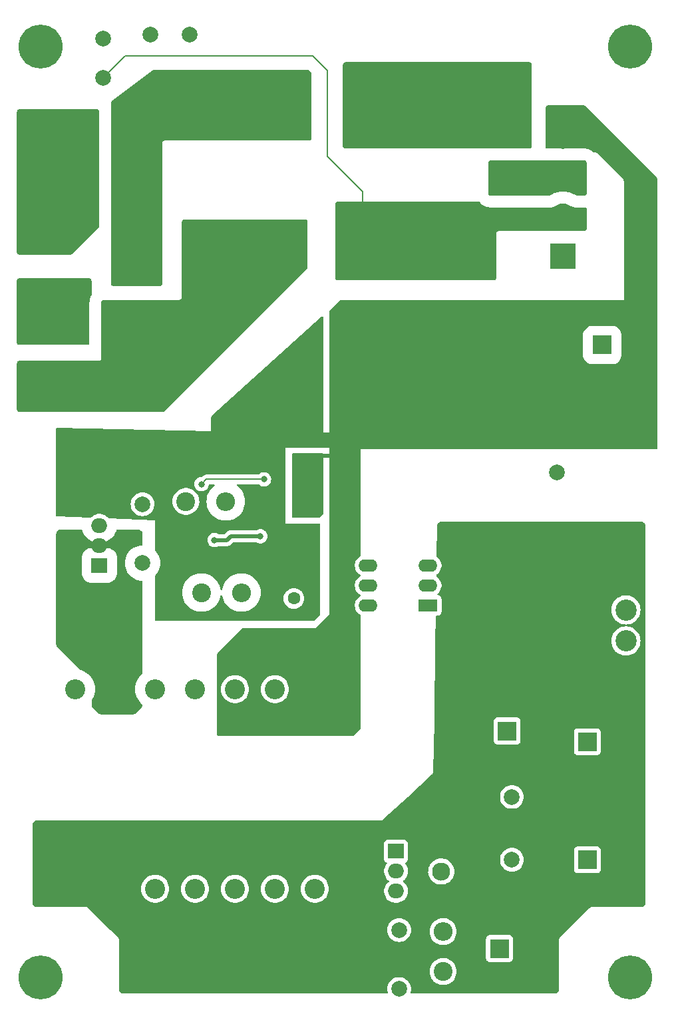
<source format=gbr>
%TF.GenerationSoftware,KiCad,Pcbnew,8.99.0-984-gafcdfd85a7*%
%TF.CreationDate,2024-06-08T13:09:11+02:00*%
%TF.ProjectId,ACDC120V24,41434443-3132-4305-9632-342e6b696361,rev?*%
%TF.SameCoordinates,Original*%
%TF.FileFunction,Copper,L2,Bot*%
%TF.FilePolarity,Positive*%
%FSLAX46Y46*%
G04 Gerber Fmt 4.6, Leading zero omitted, Abs format (unit mm)*
G04 Created by KiCad (PCBNEW 8.99.0-984-gafcdfd85a7) date 2024-06-08 13:09:11*
%MOMM*%
%LPD*%
G01*
G04 APERTURE LIST*
G04 Aperture macros list*
%AMRoundRect*
0 Rectangle with rounded corners*
0 $1 Rounding radius*
0 $2 $3 $4 $5 $6 $7 $8 $9 X,Y pos of 4 corners*
0 Add a 4 corners polygon primitive as box body*
4,1,4,$2,$3,$4,$5,$6,$7,$8,$9,$2,$3,0*
0 Add four circle primitives for the rounded corners*
1,1,$1+$1,$2,$3*
1,1,$1+$1,$4,$5*
1,1,$1+$1,$6,$7*
1,1,$1+$1,$8,$9*
0 Add four rect primitives between the rounded corners*
20,1,$1+$1,$2,$3,$4,$5,0*
20,1,$1+$1,$4,$5,$6,$7,0*
20,1,$1+$1,$6,$7,$8,$9,0*
20,1,$1+$1,$8,$9,$2,$3,0*%
G04 Aperture macros list end*
%TA.AperFunction,EtchedComponent*%
%ADD10C,0.000000*%
%TD*%
%TA.AperFunction,ComponentPad*%
%ADD11C,2.400000*%
%TD*%
%TA.AperFunction,ComponentPad*%
%ADD12O,2.400000X2.400000*%
%TD*%
%TA.AperFunction,ComponentPad*%
%ADD13C,3.600000*%
%TD*%
%TA.AperFunction,ConnectorPad*%
%ADD14C,5.600000*%
%TD*%
%TA.AperFunction,ComponentPad*%
%ADD15R,3.200000X3.200000*%
%TD*%
%TA.AperFunction,ComponentPad*%
%ADD16C,3.200000*%
%TD*%
%TA.AperFunction,ComponentPad*%
%ADD17C,2.550000*%
%TD*%
%TA.AperFunction,ComponentPad*%
%ADD18C,1.800000*%
%TD*%
%TA.AperFunction,ComponentPad*%
%ADD19C,2.000000*%
%TD*%
%TA.AperFunction,ComponentPad*%
%ADD20R,2.400000X2.400000*%
%TD*%
%TA.AperFunction,ComponentPad*%
%ADD21C,1.700000*%
%TD*%
%TA.AperFunction,ComponentPad*%
%ADD22R,2.400000X1.600000*%
%TD*%
%TA.AperFunction,ComponentPad*%
%ADD23O,2.400000X1.600000*%
%TD*%
%TA.AperFunction,ComponentPad*%
%ADD24C,1.600000*%
%TD*%
%TA.AperFunction,ComponentPad*%
%ADD25C,2.300000*%
%TD*%
%TA.AperFunction,ComponentPad*%
%ADD26RoundRect,0.250001X-1.099999X1.099999X-1.099999X-1.099999X1.099999X-1.099999X1.099999X1.099999X0*%
%TD*%
%TA.AperFunction,ComponentPad*%
%ADD27C,2.700000*%
%TD*%
%TA.AperFunction,ComponentPad*%
%ADD28R,2.000000X1.905000*%
%TD*%
%TA.AperFunction,ComponentPad*%
%ADD29O,2.000000X1.905000*%
%TD*%
%TA.AperFunction,WasherPad*%
%ADD30C,2.300000*%
%TD*%
%TA.AperFunction,SMDPad,CuDef*%
%ADD31C,0.500000*%
%TD*%
%TA.AperFunction,SMDPad,CuDef*%
%ADD32C,2.000000*%
%TD*%
%TA.AperFunction,ViaPad*%
%ADD33C,0.800000*%
%TD*%
%TA.AperFunction,Conductor*%
%ADD34C,0.200000*%
%TD*%
%TA.AperFunction,Conductor*%
%ADD35C,0.500000*%
%TD*%
G04 APERTURE END LIST*
D10*
%TA.AperFunction,EtchedComponent*%
%TO.C,NT2*%
G36*
X74985000Y-91411000D02*
G01*
X73985000Y-91411000D01*
X73985000Y-90911000D01*
X74985000Y-90911000D01*
X74985000Y-91411000D01*
G37*
%TD.AperFunction*%
%TA.AperFunction,EtchedComponent*%
%TO.C,NT1*%
G36*
X76385000Y-90161000D02*
G01*
X72385000Y-90161000D01*
X72385000Y-88161000D01*
X76385000Y-88161000D01*
X76385000Y-90161000D01*
G37*
%TD.AperFunction*%
%TD*%
D11*
%TO.P,R23,1*%
%TO.N,Net-(C22-Pad2)*%
X56695000Y-96961000D03*
D12*
%TO.P,R23,2*%
%TO.N,/PS/AC_R_O*%
X61775000Y-96961000D03*
%TD*%
D13*
%TO.P,H2,1,1*%
%TO.N,unconnected-(H2-Pad1)_2*%
X113185000Y-157561000D03*
D14*
%TO.N,unconnected-(H2-Pad1)_1*%
X113185000Y-157561000D03*
%TD*%
D15*
%TO.P,D6,1,+*%
%TO.N,/PS/AC_R_O*%
X104685000Y-65721000D03*
D16*
%TO.P,D6,2*%
%TO.N,/PS/AC_R_I_2*%
X104685000Y-60641000D03*
%TO.P,D6,3*%
%TO.N,/PS/AC_R_I_1*%
X104685000Y-55561000D03*
%TO.P,D6,4,-*%
%TO.N,DCR_GND*%
X104685000Y-50481000D03*
%TD*%
D17*
%TO.P,TR1,1,1*%
%TO.N,DCR_GND*%
X73102000Y-120857000D03*
%TO.P,TR1,2*%
%TO.N,N/C*%
X68022000Y-120857000D03*
%TO.P,TR1,3*%
X62942000Y-120857000D03*
%TO.P,TR1,4,4*%
%TO.N,/PS/AC_R_O*%
X57862000Y-120857000D03*
%TO.P,TR1,5*%
%TO.N,N/C*%
X52782000Y-120857000D03*
%TO.P,TR1,6,6*%
%TO.N,/PS/TR_SW*%
X47702000Y-120857000D03*
%TO.P,TR1,7,7*%
%TO.N,/PS/AUX*%
X42622000Y-120857000D03*
%TO.P,TR1,8,8*%
%TO.N,OUT_GND*%
X42622000Y-146257000D03*
%TO.P,TR1,9,9*%
X47702000Y-146257000D03*
%TO.P,TR1,10*%
%TO.N,N/C*%
X52782000Y-146257000D03*
%TO.P,TR1,11*%
X57862000Y-146257000D03*
%TO.P,TR1,12*%
X62942000Y-146257000D03*
%TO.P,TR1,13,13*%
%TO.N,Net-(D8A-A)*%
X68022000Y-146257000D03*
%TO.P,TR1,14,14*%
X73102000Y-146257000D03*
%TD*%
D18*
%TO.P,F1,1*%
%TO.N,/PS/AC_L*%
X40385000Y-69601000D03*
%TO.P,F1,2*%
%TO.N,Net-(F1-Pad2)*%
X40385000Y-64521000D03*
%TD*%
%TO.P,RV1,1*%
%TO.N,/PS/AC_L_SW*%
X50185000Y-66561000D03*
%TO.P,RV1,2*%
%TO.N,/PS/AC_N*%
X48885000Y-74061000D03*
%TD*%
D19*
%TO.P,SW1,1,1*%
%TO.N,Net-(F1-Pad2)*%
X43185000Y-49061000D03*
%TO.P,SW1,2,2*%
%TO.N,/PS/AC_L_SW*%
X49185000Y-48061000D03*
%TO.P,SW1,3,3*%
%TO.N,Net-(F1-Pad2)*%
X43185000Y-59061000D03*
%TO.P,SW1,4,4*%
%TO.N,/PS/AC_L_SW*%
X49185000Y-60061000D03*
%TD*%
%TO.P,C12,1*%
%TO.N,OUT_GND*%
X103935000Y-100811000D03*
%TO.P,C12,2*%
%TO.N,DCR_GND*%
X103935000Y-93311000D03*
%TD*%
%TO.P,C29,1*%
%TO.N,Net-(C29-Pad1)*%
X83835000Y-159011000D03*
%TO.P,C29,2*%
%TO.N,Net-(D8A-A)*%
X83835000Y-151511000D03*
%TD*%
D20*
%TO.P,C26,1*%
%TO.N,/PS/24V_O*%
X96598541Y-153861000D03*
D11*
%TO.P,C26,2*%
%TO.N,OUT_GND*%
X101598541Y-153861000D03*
%TD*%
D21*
%TO.P,C7,1*%
%TO.N,/PS/AC_L_SW*%
X59685000Y-44561000D03*
%TO.P,C7,2*%
%TO.N,/PS/AC_N*%
X59685000Y-67061000D03*
%TD*%
D20*
%TO.P,C25,1*%
%TO.N,/PS/24V_O*%
X107798541Y-142561000D03*
D11*
%TO.P,C25,2*%
%TO.N,OUT_GND*%
X112798541Y-142561000D03*
%TD*%
D22*
%TO.P,U2,1*%
%TO.N,Net-(R12-Pad1)*%
X87510000Y-110186000D03*
D23*
%TO.P,U2,2*%
%TO.N,Net-(U3-K)*%
X87510000Y-107646000D03*
%TO.P,U2,3,NC*%
%TO.N,unconnected-(U2-NC-Pad3)*%
X87510000Y-105106000D03*
%TO.P,U2,4*%
%TO.N,GND_DC_S*%
X79890000Y-105106000D03*
%TO.P,U2,5*%
%TO.N,/PS/OPT_C*%
X79890000Y-107646000D03*
%TO.P,U2,6*%
%TO.N,unconnected-(U2-Pad6)*%
X79890000Y-110186000D03*
%TD*%
D21*
%TO.P,C11,1*%
%TO.N,Net-(C11-Pad1)*%
X88685000Y-44061000D03*
%TO.P,C11,2*%
%TO.N,/PS/AC_R_I_2*%
X88685000Y-66561000D03*
%TD*%
D20*
%TO.P,C16,1*%
%TO.N,/PS/AC_R_O*%
X109685000Y-77061000D03*
D11*
%TO.P,C16,2*%
%TO.N,DCR_GND*%
X109685000Y-84561000D03*
%TD*%
D24*
%TO.P,C6,1*%
%TO.N,Net-(D4-K)*%
X70435000Y-109311000D03*
%TO.P,C6,2*%
%TO.N,GND_DC_P*%
X72935000Y-109311000D03*
%TD*%
D11*
%TO.P,R22,1*%
%TO.N,Net-(D7-K)*%
X58685000Y-108561000D03*
D12*
%TO.P,R22,2*%
%TO.N,/PS/AC_R_O*%
X63765000Y-108561000D03*
%TD*%
D20*
%TO.P,C24,1*%
%TO.N,/PS/24V_F*%
X97571459Y-126174541D03*
D11*
%TO.P,C24,2*%
%TO.N,OUT_GND*%
X92571459Y-126174541D03*
%TD*%
D25*
%TO.P,FL1,1,1*%
%TO.N,/PS/AC_N*%
X69185000Y-63811000D03*
%TO.P,FL1,2,2*%
%TO.N,/PS/AC_R_I_2*%
X79185000Y-63811000D03*
%TO.P,FL1,3,3*%
%TO.N,/PS/AC_L_SW*%
X69185000Y-45061000D03*
%TO.P,FL1,4,4*%
%TO.N,Net-(C11-Pad1)*%
X79185000Y-45061000D03*
%TD*%
D13*
%TO.P,H4,1,1*%
%TO.N,unconnected-(H4-Pad1)*%
X113185000Y-39061000D03*
D14*
%TO.N,unconnected-(H4-Pad1)_1*%
X113185000Y-39061000D03*
%TD*%
D19*
%TO.P,C9,1*%
%TO.N,/PS/AC_R_I_2*%
X46185000Y-43061000D03*
%TO.P,C9,2*%
%TO.N,EARTH*%
X46185000Y-38061000D03*
%TD*%
D11*
%TO.P,R24,1*%
%TO.N,Net-(C29-Pad1)*%
X89435000Y-156791000D03*
D12*
%TO.P,R24,2*%
%TO.N,/PS/24V_O*%
X89435000Y-151711000D03*
%TD*%
D24*
%TO.P,TH1,1*%
%TO.N,/PS/AC_R_I_1*%
X97435000Y-55561000D03*
%TO.P,TH1,2*%
%TO.N,Net-(C11-Pad1)*%
X98935000Y-50561000D03*
%TD*%
D26*
%TO.P,J1,1,Pin_1*%
%TO.N,/PS/AC_L*%
X40935000Y-74561000D03*
D27*
%TO.P,J1,2,Pin_2*%
%TO.N,/PS/AC_N*%
X40935000Y-82481000D03*
%TD*%
D19*
%TO.P,C8,1*%
%TO.N,Net-(C11-Pad1)*%
X57185000Y-37561000D03*
%TO.P,C8,2*%
%TO.N,EARTH*%
X52185000Y-37561000D03*
%TD*%
D26*
%TO.P,J2,1,Pin_1*%
%TO.N,OUT_GND*%
X112685000Y-102843500D03*
D27*
%TO.P,J2,2,Pin_2*%
X112685000Y-106803500D03*
%TO.P,J2,3,Pin_3*%
%TO.N,/PS/24V_F*%
X112685000Y-110763500D03*
%TO.P,J2,4,Pin_4*%
X112685000Y-114723500D03*
%TD*%
D19*
%TO.P,C22,1*%
%TO.N,Net-(D7-K)*%
X51185000Y-104811000D03*
%TO.P,C22,2*%
%TO.N,Net-(C22-Pad2)*%
X51185000Y-97311000D03*
%TD*%
D28*
%TO.P,D8,1,A*%
%TO.N,Net-(D8A-A)*%
X83437000Y-141484000D03*
D29*
%TO.P,D8,2,K*%
%TO.N,/PS/24V_O*%
X83437000Y-144024000D03*
%TO.P,D8,3,K*%
%TO.N,Net-(D8A-A)*%
X83437000Y-146564000D03*
%TD*%
D30*
%TO.P,HS2,*%
%TO.N,*%
X89185000Y-144061000D03*
%TD*%
D13*
%TO.P,H3,1,1*%
%TO.N,unconnected-(H3-Pad1)_1*%
X38185000Y-157561000D03*
D14*
%TO.N,unconnected-(H3-Pad1)_2*%
X38185000Y-157561000D03*
%TD*%
D20*
%TO.P,C23,1*%
%TO.N,/PS/24V_F*%
X107798541Y-127561000D03*
D11*
%TO.P,C23,2*%
%TO.N,OUT_GND*%
X112798541Y-127561000D03*
%TD*%
D19*
%TO.P,L1,1*%
%TO.N,/PS/24V_F*%
X98185000Y-134561000D03*
%TO.P,L1,2*%
%TO.N,/PS/24V_O*%
X98185000Y-142561000D03*
%TD*%
D28*
%TO.P,Q1,1,G*%
%TO.N,Net-(Q1-G)*%
X45685000Y-105101000D03*
D29*
%TO.P,Q1,2,D*%
%TO.N,/PS/TR_SW*%
X45685000Y-102561000D03*
%TO.P,Q1,3,S*%
%TO.N,Net-(Q1-S)*%
X45685000Y-100021000D03*
%TD*%
D31*
%TO.P,NT2,1,1*%
%TO.N,GND_DC_S*%
X73985000Y-91161000D03*
%TO.P,NT2,2,2*%
%TO.N,DCR_GND*%
X74985000Y-91161000D03*
%TD*%
D13*
%TO.P,H1,1,1*%
%TO.N,EARTH*%
X38185000Y-39061000D03*
D14*
X38185000Y-39061000D03*
%TD*%
D32*
%TO.P,NT1,1,1*%
%TO.N,GND_DC_P*%
X72385000Y-89161000D03*
%TO.P,NT1,2,2*%
%TO.N,DCR_GND*%
X76385000Y-89161000D03*
%TD*%
D33*
%TO.N,/PS/TR_GAT*%
X66185000Y-101411000D03*
X60335000Y-101886000D03*
%TO.N,Net-(Q1-S)*%
X66633000Y-94161000D03*
X58685000Y-94761000D03*
%TO.N,DCR_GND*%
X114085000Y-74761000D03*
X114185000Y-67761000D03*
X114085000Y-76761000D03*
X114085000Y-72661000D03*
X114085000Y-70561000D03*
%TO.N,OUT_GND*%
X90685000Y-132961000D03*
X88941200Y-112506200D03*
X89185000Y-132961000D03*
X92491200Y-106906200D03*
X87535000Y-132961000D03*
X89091200Y-114506200D03*
X95291200Y-112756200D03*
%TO.N,GND_DC_S*%
X71685000Y-91561000D03*
X73185000Y-91561000D03*
X70685000Y-98061000D03*
%TO.N,GND_DC_P*%
X71785000Y-105961000D03*
X53585000Y-91361000D03*
X70185000Y-105961000D03*
X52785000Y-92961000D03*
X56985000Y-92961000D03*
X55585000Y-92961000D03*
X58160000Y-104086000D03*
X55385000Y-91361000D03*
X51385000Y-92961000D03*
X68785000Y-105961000D03*
X56985000Y-91361000D03*
X54185000Y-92961000D03*
%TD*%
D34*
%TO.N,/PS/AC_R_I_2*%
X74685000Y-53061000D02*
X79185000Y-57561000D01*
X79185000Y-57561000D02*
X79185000Y-63811000D01*
X46185000Y-43061000D02*
X48977000Y-40269000D01*
X72809000Y-40269000D02*
X74685000Y-42145000D01*
X48977000Y-40269000D02*
X72809000Y-40269000D01*
X74685000Y-42145000D02*
X74685000Y-53061000D01*
D35*
%TO.N,/PS/TR_GAT*%
X62385000Y-101411000D02*
X61910000Y-101886000D01*
X61910000Y-101886000D02*
X60335000Y-101886000D01*
X66185000Y-101411000D02*
X62385000Y-101411000D01*
D34*
%TO.N,Net-(Q1-S)*%
X66633000Y-94161000D02*
X59285000Y-94161000D01*
X59285000Y-94161000D02*
X58685000Y-94761000D01*
%TD*%
%TA.AperFunction,Conductor*%
%TO.N,/PS/AC_R_I_1*%
G36*
X104313134Y-53562752D02*
G01*
X104316837Y-53563381D01*
X104337307Y-53566859D01*
X104685000Y-53586385D01*
X105032693Y-53566859D01*
X105053554Y-53563314D01*
X105056866Y-53562752D01*
X105077637Y-53561000D01*
X107372789Y-53561000D01*
X107396971Y-53563381D01*
X107475618Y-53579024D01*
X107520308Y-53597535D01*
X107576626Y-53635166D01*
X107610833Y-53669373D01*
X107648462Y-53725688D01*
X107666976Y-53770387D01*
X107682617Y-53849019D01*
X107685000Y-53873210D01*
X107685000Y-57748789D01*
X107682617Y-57772980D01*
X107666976Y-57851612D01*
X107648462Y-57896311D01*
X107610836Y-57952623D01*
X107576623Y-57986836D01*
X107520311Y-58024462D01*
X107475612Y-58042976D01*
X107396980Y-58058617D01*
X107372789Y-58061000D01*
X106446317Y-58061000D01*
X106379278Y-58041315D01*
X106374562Y-58038130D01*
X106337164Y-58011595D01*
X106032374Y-57843144D01*
X105965741Y-57815544D01*
X105710644Y-57709879D01*
X105543328Y-57661676D01*
X105376017Y-57613474D01*
X105376009Y-57613472D01*
X105032700Y-57555142D01*
X105032688Y-57555140D01*
X104685000Y-57535615D01*
X104337311Y-57555140D01*
X104337299Y-57555142D01*
X103993990Y-57613472D01*
X103993982Y-57613474D01*
X103659359Y-57709878D01*
X103659356Y-57709879D01*
X103565419Y-57748789D01*
X103337625Y-57843144D01*
X103032835Y-58011595D01*
X102995438Y-58038130D01*
X102929372Y-58060869D01*
X102923683Y-58061000D01*
X95497211Y-58061000D01*
X95473020Y-58058617D01*
X95394387Y-58042976D01*
X95349689Y-58024462D01*
X95293373Y-57986833D01*
X95259166Y-57952626D01*
X95221535Y-57896308D01*
X95203024Y-57851618D01*
X95187381Y-57772971D01*
X95185000Y-57748789D01*
X95185000Y-53873210D01*
X95187381Y-53849029D01*
X95203025Y-53770379D01*
X95221534Y-53725693D01*
X95259168Y-53669370D01*
X95293370Y-53635168D01*
X95349693Y-53597534D01*
X95394379Y-53579025D01*
X95473028Y-53563381D01*
X95497211Y-53561000D01*
X104292363Y-53561000D01*
X104313134Y-53562752D01*
G37*
%TD.AperFunction*%
%TD*%
%TA.AperFunction,Conductor*%
%TO.N,/PS/AC_R_I_2*%
G36*
X94028967Y-58830685D02*
G01*
X94056380Y-58854659D01*
X94194601Y-59017157D01*
X94194609Y-59017166D01*
X94194617Y-59017175D01*
X94194625Y-59017183D01*
X94228818Y-59051377D01*
X94266987Y-59088224D01*
X94266992Y-59088229D01*
X94410320Y-59201688D01*
X94456964Y-59238612D01*
X94513280Y-59276241D01*
X94557916Y-59304941D01*
X94773573Y-59415368D01*
X94818271Y-59433882D01*
X94867624Y-59453313D01*
X95100680Y-59519549D01*
X95100695Y-59519552D01*
X95100699Y-59519553D01*
X95179308Y-59535189D01*
X95179313Y-59535190D01*
X95325431Y-59556865D01*
X95349622Y-59559248D01*
X95497211Y-59566500D01*
X95497225Y-59566500D01*
X102923667Y-59566500D01*
X102923683Y-59566500D01*
X102958341Y-59566101D01*
X102964030Y-59565970D01*
X103184638Y-59544570D01*
X103419335Y-59484409D01*
X103485401Y-59461670D01*
X103658399Y-59389801D01*
X103747275Y-59336940D01*
X103750679Y-59334988D01*
X103761071Y-59329244D01*
X103761072Y-59329245D01*
X103985782Y-59205051D01*
X103998300Y-59199023D01*
X104141547Y-59139690D01*
X104141549Y-59139690D01*
X104150952Y-59135794D01*
X104164066Y-59131205D01*
X104322837Y-59085463D01*
X104336384Y-59082371D01*
X104499275Y-59054695D01*
X104513073Y-59053141D01*
X104678054Y-59043877D01*
X104691944Y-59043877D01*
X104856922Y-59053141D01*
X104870724Y-59054696D01*
X105001007Y-59076832D01*
X105033604Y-59082371D01*
X105047161Y-59085465D01*
X105126548Y-59108336D01*
X105126547Y-59108336D01*
X105177746Y-59123085D01*
X105205921Y-59131203D01*
X105205932Y-59131206D01*
X105219057Y-59135799D01*
X105371700Y-59199025D01*
X105384230Y-59205059D01*
X105554482Y-59299155D01*
X105556145Y-59300091D01*
X105728895Y-59399082D01*
X105955118Y-59485828D01*
X106022157Y-59505513D01*
X106204818Y-59547004D01*
X106446317Y-59566500D01*
X106446326Y-59566500D01*
X107372775Y-59566500D01*
X107372789Y-59566500D01*
X107520378Y-59559248D01*
X107544569Y-59556865D01*
X107544635Y-59556855D01*
X107545757Y-59556717D01*
X107545876Y-59556736D01*
X107546085Y-59556716D01*
X107546090Y-59556771D01*
X107614708Y-59568012D01*
X107666607Y-59614791D01*
X107685000Y-59679777D01*
X107685000Y-62248789D01*
X107682617Y-62272980D01*
X107666976Y-62351612D01*
X107648462Y-62396311D01*
X107610836Y-62452623D01*
X107576623Y-62486836D01*
X107520311Y-62524462D01*
X107475612Y-62542976D01*
X107396980Y-62558617D01*
X107372789Y-62561000D01*
X96484995Y-62561000D01*
X96370197Y-62583834D01*
X96370196Y-62583835D01*
X96272868Y-62648868D01*
X96207835Y-62746196D01*
X96207834Y-62746197D01*
X96185000Y-62860995D01*
X96185000Y-68498789D01*
X96182617Y-68522980D01*
X96166976Y-68601612D01*
X96148462Y-68646311D01*
X96110836Y-68702623D01*
X96076623Y-68736836D01*
X96020311Y-68774462D01*
X95975612Y-68792976D01*
X95896980Y-68808617D01*
X95872789Y-68811000D01*
X75997211Y-68811000D01*
X75973020Y-68808617D01*
X75894387Y-68792976D01*
X75849689Y-68774462D01*
X75793373Y-68736833D01*
X75759166Y-68702626D01*
X75721535Y-68646308D01*
X75703024Y-68601618D01*
X75687381Y-68522971D01*
X75685000Y-68498789D01*
X75685000Y-59123210D01*
X75687381Y-59099029D01*
X75703025Y-59020379D01*
X75721534Y-58975693D01*
X75759168Y-58919370D01*
X75793370Y-58885168D01*
X75849693Y-58847534D01*
X75894379Y-58829025D01*
X75973028Y-58813381D01*
X75997211Y-58811000D01*
X93961928Y-58811000D01*
X94028967Y-58830685D01*
G37*
%TD.AperFunction*%
%TD*%
%TA.AperFunction,Conductor*%
%TO.N,Net-(C11-Pad1)*%
G36*
X100396971Y-41063381D02*
G01*
X100475618Y-41079024D01*
X100520308Y-41097535D01*
X100576626Y-41135166D01*
X100610833Y-41169373D01*
X100648462Y-41225688D01*
X100666976Y-41270387D01*
X100682617Y-41349019D01*
X100685000Y-41373210D01*
X100685000Y-51748789D01*
X100682617Y-51772980D01*
X100666976Y-51851612D01*
X100648462Y-51896311D01*
X100610836Y-51952623D01*
X100576623Y-51986836D01*
X100520311Y-52024462D01*
X100475612Y-52042976D01*
X100424629Y-52053117D01*
X100400440Y-52055500D01*
X95497211Y-52055500D01*
X95393679Y-52060584D01*
X95388244Y-52060851D01*
X95382163Y-52061000D01*
X76997211Y-52061000D01*
X76973020Y-52058617D01*
X76894387Y-52042976D01*
X76849689Y-52024462D01*
X76793373Y-51986833D01*
X76759166Y-51952626D01*
X76721535Y-51896308D01*
X76703024Y-51851618D01*
X76687381Y-51772971D01*
X76685000Y-51748789D01*
X76685000Y-41373210D01*
X76687381Y-41349029D01*
X76703025Y-41270379D01*
X76721534Y-41225693D01*
X76759168Y-41169370D01*
X76793370Y-41135168D01*
X76849693Y-41097534D01*
X76894379Y-41079025D01*
X76973028Y-41063381D01*
X76997211Y-41061000D01*
X100372789Y-41061000D01*
X100396971Y-41063381D01*
G37*
%TD.AperFunction*%
%TD*%
%TA.AperFunction,Conductor*%
%TO.N,/PS/TR_SW*%
G36*
X43473369Y-100580685D02*
G01*
X43519124Y-100633489D01*
X43526105Y-100652906D01*
X43546937Y-100730651D01*
X43657445Y-100997444D01*
X43657453Y-100997460D01*
X43744273Y-101147835D01*
X43801842Y-101247547D01*
X43801844Y-101247550D01*
X43801845Y-101247551D01*
X43977641Y-101476654D01*
X43977647Y-101476661D01*
X44181838Y-101680852D01*
X44181844Y-101680857D01*
X44410953Y-101856658D01*
X44571689Y-101949459D01*
X44661039Y-102001046D01*
X44661044Y-102001048D01*
X44661047Y-102001050D01*
X44794448Y-102056306D01*
X44927846Y-102111562D01*
X44927847Y-102111562D01*
X44927849Y-102111563D01*
X45206794Y-102186306D01*
X45493108Y-102224000D01*
X45493115Y-102224000D01*
X45876885Y-102224000D01*
X45876892Y-102224000D01*
X46163206Y-102186306D01*
X46442151Y-102111563D01*
X46708953Y-102001050D01*
X46959047Y-101856658D01*
X47188156Y-101680857D01*
X47392357Y-101476656D01*
X47568158Y-101247547D01*
X47712550Y-100997453D01*
X47823063Y-100730651D01*
X47843895Y-100652906D01*
X47880261Y-100593245D01*
X47943108Y-100562717D01*
X47963670Y-100561000D01*
X50676874Y-100561000D01*
X50693059Y-100562061D01*
X50798223Y-100575906D01*
X50829491Y-100584284D01*
X50919918Y-100621740D01*
X50947952Y-100637925D01*
X51025602Y-100697509D01*
X51048491Y-100720398D01*
X51108074Y-100798048D01*
X51124259Y-100826081D01*
X51161715Y-100916508D01*
X51170093Y-100947775D01*
X51183939Y-101052939D01*
X51185000Y-101069125D01*
X51185000Y-102439532D01*
X51165315Y-102506571D01*
X51112511Y-102552326D01*
X51069110Y-102563266D01*
X50890636Y-102574964D01*
X50890624Y-102574965D01*
X50890620Y-102574966D01*
X50890612Y-102574967D01*
X50890609Y-102574968D01*
X50601283Y-102632518D01*
X50601269Y-102632521D01*
X50321919Y-102727349D01*
X50057334Y-102857828D01*
X49812041Y-103021728D01*
X49590241Y-103216241D01*
X49395728Y-103438041D01*
X49231828Y-103683334D01*
X49101349Y-103947919D01*
X49006521Y-104227269D01*
X49006518Y-104227283D01*
X48948968Y-104516609D01*
X48948964Y-104516636D01*
X48929671Y-104810992D01*
X48929671Y-104811007D01*
X48948964Y-105105363D01*
X48948965Y-105105373D01*
X48948966Y-105105380D01*
X48948968Y-105105390D01*
X49006518Y-105394716D01*
X49006521Y-105394730D01*
X49101349Y-105674080D01*
X49231825Y-105938660D01*
X49231829Y-105938667D01*
X49395725Y-106183955D01*
X49590241Y-106405758D01*
X49812043Y-106600273D01*
X50057335Y-106764172D01*
X50321923Y-106894652D01*
X50601278Y-106989481D01*
X50890620Y-107047034D01*
X51069113Y-107058733D01*
X51134718Y-107082759D01*
X51176922Y-107138443D01*
X51185000Y-107182467D01*
X51185000Y-118838540D01*
X51165315Y-118905579D01*
X51145884Y-118928932D01*
X50937352Y-119124756D01*
X50734784Y-119369618D01*
X50564513Y-119637923D01*
X50564510Y-119637929D01*
X50429209Y-119925456D01*
X50429207Y-119925461D01*
X50331008Y-120227687D01*
X50271460Y-120539848D01*
X50271459Y-120539855D01*
X50251507Y-120856994D01*
X50251507Y-120857005D01*
X50271459Y-121174144D01*
X50271460Y-121174151D01*
X50331008Y-121486312D01*
X50429207Y-121788538D01*
X50429209Y-121788543D01*
X50564510Y-122076070D01*
X50564513Y-122076076D01*
X50734784Y-122344381D01*
X50734787Y-122344385D01*
X50734788Y-122344386D01*
X50937350Y-122589242D01*
X51142406Y-122781801D01*
X51177799Y-122842041D01*
X51180460Y-122888378D01*
X51170093Y-122967117D01*
X51161715Y-122998383D01*
X51124260Y-123088808D01*
X51108075Y-123116842D01*
X51043496Y-123201003D01*
X51032801Y-123213198D01*
X50337198Y-123908801D01*
X50325003Y-123919496D01*
X50240842Y-123984075D01*
X50212808Y-124000260D01*
X50122383Y-124037715D01*
X50091117Y-124046093D01*
X49997291Y-124058446D01*
X49985951Y-124059939D01*
X49969767Y-124061000D01*
X45900233Y-124061000D01*
X45884048Y-124059939D01*
X45871024Y-124058224D01*
X45778882Y-124046093D01*
X45747616Y-124037715D01*
X45657191Y-124000260D01*
X45629157Y-123984075D01*
X45544996Y-123919496D01*
X45532801Y-123908801D01*
X44837198Y-123213198D01*
X44826503Y-123201003D01*
X44761924Y-123116842D01*
X44745739Y-123088808D01*
X44708284Y-122998383D01*
X44699906Y-122967116D01*
X44686061Y-122861952D01*
X44685000Y-122845767D01*
X44685000Y-122355534D01*
X44704303Y-122289092D01*
X44748501Y-122219445D01*
X44839488Y-122076074D01*
X44974793Y-121788537D01*
X45072993Y-121486308D01*
X45132539Y-121174155D01*
X45152493Y-120857000D01*
X45132539Y-120539845D01*
X45072993Y-120227692D01*
X44974793Y-119925463D01*
X44839488Y-119637926D01*
X44669212Y-119369614D01*
X44466650Y-119124758D01*
X44234997Y-118907222D01*
X44234995Y-118907220D01*
X43977909Y-118720436D01*
X43977908Y-118720435D01*
X43977906Y-118720434D01*
X43699432Y-118567341D01*
X43699429Y-118567339D01*
X43699424Y-118567337D01*
X43699423Y-118567336D01*
X43403969Y-118450359D01*
X43281277Y-118418857D01*
X43224434Y-118386434D01*
X40337198Y-115499198D01*
X40326503Y-115487003D01*
X40261924Y-115402842D01*
X40245739Y-115374808D01*
X40208284Y-115284383D01*
X40199906Y-115253116D01*
X40186061Y-115147952D01*
X40185000Y-115131767D01*
X40185000Y-104084277D01*
X43434500Y-104084277D01*
X43434500Y-106117708D01*
X43434501Y-106117723D01*
X43444904Y-106249913D01*
X43444905Y-106249920D01*
X43499902Y-106468178D01*
X43499903Y-106468181D01*
X43592991Y-106673122D01*
X43592997Y-106673132D01*
X43721174Y-106858145D01*
X43721178Y-106858150D01*
X43721181Y-106858154D01*
X43880346Y-107017319D01*
X43880350Y-107017322D01*
X43880354Y-107017325D01*
X43974803Y-107082759D01*
X44065374Y-107145507D01*
X44270317Y-107238596D01*
X44270321Y-107238597D01*
X44488579Y-107293594D01*
X44488581Y-107293594D01*
X44488588Y-107293596D01*
X44620783Y-107304000D01*
X46749216Y-107303999D01*
X46881412Y-107293596D01*
X47099683Y-107238596D01*
X47304626Y-107145507D01*
X47489654Y-107017319D01*
X47648819Y-106858154D01*
X47777007Y-106673126D01*
X47870096Y-106468183D01*
X47925096Y-106249912D01*
X47935500Y-106117717D01*
X47935499Y-104084284D01*
X47925096Y-103952088D01*
X47924045Y-103947919D01*
X47870097Y-103733821D01*
X47870096Y-103733818D01*
X47847166Y-103683336D01*
X47777007Y-103528874D01*
X47648819Y-103343846D01*
X47489654Y-103184681D01*
X47489650Y-103184678D01*
X47489645Y-103184674D01*
X47304632Y-103056497D01*
X47304630Y-103056495D01*
X47304626Y-103056493D01*
X47099683Y-102963404D01*
X47099681Y-102963403D01*
X47099678Y-102963402D01*
X46881420Y-102908405D01*
X46881413Y-102908404D01*
X46837347Y-102904936D01*
X46749217Y-102898000D01*
X46749215Y-102898000D01*
X44620791Y-102898000D01*
X44620776Y-102898001D01*
X44488586Y-102908404D01*
X44488579Y-102908405D01*
X44270321Y-102963402D01*
X44270318Y-102963403D01*
X44065377Y-103056491D01*
X44065367Y-103056497D01*
X43880354Y-103184674D01*
X43880342Y-103184684D01*
X43721184Y-103343842D01*
X43721174Y-103343854D01*
X43592997Y-103528867D01*
X43592991Y-103528877D01*
X43499903Y-103733818D01*
X43499902Y-103733821D01*
X43444905Y-103952079D01*
X43444904Y-103952086D01*
X43434500Y-104084277D01*
X40185000Y-104084277D01*
X40185000Y-101069125D01*
X40186061Y-101052940D01*
X40199906Y-100947776D01*
X40208284Y-100916508D01*
X40245740Y-100826081D01*
X40261923Y-100798050D01*
X40321513Y-100720392D01*
X40344392Y-100697513D01*
X40422050Y-100637923D01*
X40450079Y-100621740D01*
X40540509Y-100584283D01*
X40571775Y-100575906D01*
X40676941Y-100562061D01*
X40693126Y-100561000D01*
X43406330Y-100561000D01*
X43473369Y-100580685D01*
G37*
%TD.AperFunction*%
%TD*%
%TA.AperFunction,Conductor*%
%TO.N,/PS/AC_N*%
G36*
X71896971Y-61063381D02*
G01*
X71975618Y-61079024D01*
X72020308Y-61097535D01*
X72076626Y-61135166D01*
X72110833Y-61169373D01*
X72148462Y-61225688D01*
X72166976Y-61270387D01*
X72182617Y-61349019D01*
X72185000Y-61373210D01*
X72185000Y-67174525D01*
X72182617Y-67198716D01*
X72166976Y-67277348D01*
X72148461Y-67322048D01*
X72103916Y-67388714D01*
X72088495Y-67407504D01*
X54031504Y-85464495D01*
X54012714Y-85479916D01*
X53946048Y-85524461D01*
X53901348Y-85542976D01*
X53822716Y-85558617D01*
X53798525Y-85561000D01*
X35497211Y-85561000D01*
X35473020Y-85558617D01*
X35394387Y-85542976D01*
X35349689Y-85524462D01*
X35293373Y-85486833D01*
X35259166Y-85452626D01*
X35221535Y-85396308D01*
X35203024Y-85351618D01*
X35187381Y-85272971D01*
X35185000Y-85248789D01*
X35185000Y-79373210D01*
X35187381Y-79349029D01*
X35203025Y-79270379D01*
X35221534Y-79225693D01*
X35259168Y-79169370D01*
X35293370Y-79135168D01*
X35349693Y-79097534D01*
X35394379Y-79079025D01*
X35473028Y-79063381D01*
X35497211Y-79061000D01*
X45635001Y-79061000D01*
X45635002Y-79060999D01*
X45673612Y-79053319D01*
X45749802Y-79038165D01*
X45749802Y-79038164D01*
X45749805Y-79038164D01*
X45847132Y-78973132D01*
X45912164Y-78875805D01*
X45935000Y-78761000D01*
X45935000Y-71623210D01*
X45937381Y-71599029D01*
X45953025Y-71520379D01*
X45971534Y-71475693D01*
X46009168Y-71419370D01*
X46043370Y-71385168D01*
X46099693Y-71347534D01*
X46144379Y-71329025D01*
X46223028Y-71313381D01*
X46247211Y-71311000D01*
X55885001Y-71311000D01*
X55885002Y-71310999D01*
X55923612Y-71303319D01*
X55999802Y-71288165D01*
X55999802Y-71288164D01*
X55999805Y-71288164D01*
X56097132Y-71223132D01*
X56162164Y-71125805D01*
X56185000Y-71011000D01*
X56185000Y-61373210D01*
X56187381Y-61349029D01*
X56203025Y-61270379D01*
X56221534Y-61225693D01*
X56259168Y-61169370D01*
X56293370Y-61135168D01*
X56349693Y-61097534D01*
X56394379Y-61079025D01*
X56473028Y-61063381D01*
X56497211Y-61061000D01*
X71872789Y-61061000D01*
X71896971Y-61063381D01*
G37*
%TD.AperFunction*%
%TD*%
%TA.AperFunction,Conductor*%
%TO.N,Net-(F1-Pad2)*%
G36*
X45396971Y-47063381D02*
G01*
X45475618Y-47079024D01*
X45520308Y-47097535D01*
X45576626Y-47135166D01*
X45610833Y-47169373D01*
X45648462Y-47225688D01*
X45666976Y-47270387D01*
X45682617Y-47349019D01*
X45685000Y-47373210D01*
X45685000Y-61908525D01*
X45682617Y-61932716D01*
X45666976Y-62011348D01*
X45648461Y-62056048D01*
X45603916Y-62122714D01*
X45588495Y-62141504D01*
X42265504Y-65464495D01*
X42246714Y-65479916D01*
X42180048Y-65524461D01*
X42135348Y-65542976D01*
X42056716Y-65558617D01*
X42032525Y-65561000D01*
X35497211Y-65561000D01*
X35473020Y-65558617D01*
X35394387Y-65542976D01*
X35349689Y-65524462D01*
X35293373Y-65486833D01*
X35259166Y-65452626D01*
X35221535Y-65396308D01*
X35203024Y-65351618D01*
X35187381Y-65272971D01*
X35185000Y-65248789D01*
X35185000Y-47373210D01*
X35187381Y-47349029D01*
X35203025Y-47270379D01*
X35221534Y-47225693D01*
X35259168Y-47169370D01*
X35293370Y-47135168D01*
X35349693Y-47097534D01*
X35394379Y-47079025D01*
X35473028Y-47063381D01*
X35497211Y-47061000D01*
X45372789Y-47061000D01*
X45396971Y-47063381D01*
G37*
%TD.AperFunction*%
%TD*%
%TA.AperFunction,Conductor*%
%TO.N,/PS/AC_L_SW*%
G36*
X72361228Y-42088685D02*
G01*
X72381870Y-42105319D01*
X72640681Y-42364130D01*
X72674166Y-42425453D01*
X72677000Y-42451811D01*
X72677000Y-50748789D01*
X72674617Y-50772980D01*
X72658976Y-50851612D01*
X72640462Y-50896311D01*
X72602836Y-50952623D01*
X72568623Y-50986836D01*
X72512311Y-51024462D01*
X72467612Y-51042976D01*
X72388980Y-51058617D01*
X72364789Y-51061000D01*
X53984995Y-51061000D01*
X53870197Y-51083834D01*
X53870196Y-51083835D01*
X53772868Y-51148868D01*
X53707835Y-51246196D01*
X53707834Y-51246197D01*
X53685000Y-51360995D01*
X53685000Y-69248789D01*
X53682617Y-69272980D01*
X53666976Y-69351612D01*
X53648462Y-69396311D01*
X53610836Y-69452623D01*
X53576623Y-69486836D01*
X53520311Y-69524462D01*
X53475612Y-69542976D01*
X53396980Y-69558617D01*
X53372789Y-69561000D01*
X47497211Y-69561000D01*
X47473020Y-69558617D01*
X47394387Y-69542976D01*
X47349689Y-69524462D01*
X47293373Y-69486833D01*
X47259166Y-69452626D01*
X47221535Y-69396308D01*
X47203024Y-69351618D01*
X47187381Y-69272971D01*
X47185000Y-69248789D01*
X47185000Y-46220602D01*
X47186478Y-46201514D01*
X47196244Y-46138827D01*
X47207856Y-46102463D01*
X47231885Y-46054405D01*
X47254008Y-46023299D01*
X47298300Y-45977872D01*
X47312677Y-45965242D01*
X52419672Y-42134995D01*
X52436518Y-42124362D01*
X52438450Y-42123349D01*
X52494975Y-42093733D01*
X52532659Y-42081171D01*
X52574184Y-42074433D01*
X52597802Y-42070601D01*
X52617663Y-42069000D01*
X72294189Y-42069000D01*
X72361228Y-42088685D01*
G37*
%TD.AperFunction*%
%TD*%
%TA.AperFunction,Conductor*%
%TO.N,DCR_GND*%
G36*
X107322707Y-46563381D02*
G01*
X107401354Y-46579024D01*
X107446046Y-46597537D01*
X107512714Y-46642083D01*
X107531504Y-46657504D01*
X116588495Y-55714495D01*
X116603916Y-55733285D01*
X116648461Y-55799951D01*
X116666976Y-55844651D01*
X116682617Y-55923283D01*
X116685000Y-55947474D01*
X116685000Y-72561000D01*
X115431000Y-71307000D01*
X112435000Y-71307000D01*
X112435000Y-56185264D01*
X112434794Y-56184230D01*
X112412165Y-56070461D01*
X112412163Y-56070457D01*
X112347135Y-55973136D01*
X112347129Y-55973128D01*
X109022871Y-52648870D01*
X109022863Y-52648864D01*
X108925542Y-52583836D01*
X108925538Y-52583834D01*
X108810740Y-52561000D01*
X108810736Y-52561000D01*
X108680544Y-52561000D01*
X108613505Y-52541315D01*
X108603580Y-52534224D01*
X108413049Y-52383397D01*
X108413045Y-52383394D01*
X108356727Y-52345763D01*
X108338468Y-52334023D01*
X108312091Y-52317062D01*
X108096447Y-52206639D01*
X108096440Y-52206636D01*
X108096432Y-52206632D01*
X108051742Y-52188121D01*
X108051741Y-52188120D01*
X108051713Y-52188109D01*
X108002371Y-52168683D01*
X108002360Y-52168680D01*
X107769312Y-52102449D01*
X107690682Y-52086808D01*
X107690668Y-52086806D01*
X107544508Y-52065127D01*
X107544489Y-52065125D01*
X107520317Y-52062745D01*
X107465960Y-52060075D01*
X107372789Y-52055500D01*
X105077637Y-52055500D01*
X105077630Y-52055500D01*
X104951101Y-52060826D01*
X104930331Y-52062578D01*
X104904116Y-52065902D01*
X104895471Y-52066692D01*
X104691951Y-52078121D01*
X104678046Y-52078121D01*
X104474499Y-52066690D01*
X104465849Y-52065899D01*
X104439681Y-52062579D01*
X104418891Y-52060825D01*
X104292370Y-52055500D01*
X104292363Y-52055500D01*
X102559000Y-52055500D01*
X102491961Y-52035815D01*
X102446206Y-51983011D01*
X102435000Y-51931500D01*
X102435000Y-46947474D01*
X102437381Y-46923293D01*
X102453025Y-46844643D01*
X102471536Y-46799955D01*
X102516088Y-46733278D01*
X102531499Y-46714500D01*
X102588500Y-46657499D01*
X102607278Y-46642088D01*
X102673955Y-46597536D01*
X102718643Y-46579025D01*
X102797292Y-46563381D01*
X102821475Y-46561000D01*
X107298525Y-46561000D01*
X107322707Y-46563381D01*
G37*
%TD.AperFunction*%
%TD*%
%TA.AperFunction,Conductor*%
%TO.N,/PS/AC_L*%
G36*
X44396971Y-68563381D02*
G01*
X44475618Y-68579024D01*
X44520308Y-68597535D01*
X44576626Y-68635166D01*
X44610833Y-68669373D01*
X44648462Y-68725688D01*
X44666976Y-68770387D01*
X44682617Y-68849019D01*
X44685000Y-68873210D01*
X44685000Y-70665843D01*
X44671372Y-70722359D01*
X44580622Y-70899586D01*
X44562130Y-70944232D01*
X44542688Y-70993614D01*
X44476452Y-71226676D01*
X44476451Y-71226680D01*
X44460803Y-71305348D01*
X44439127Y-71451494D01*
X44436746Y-71475675D01*
X44436746Y-71475683D01*
X44429500Y-71623210D01*
X44429500Y-71623223D01*
X44429500Y-76937000D01*
X44409815Y-77004039D01*
X44357011Y-77049794D01*
X44305500Y-77061000D01*
X35497211Y-77061000D01*
X35473020Y-77058617D01*
X35394387Y-77042976D01*
X35349689Y-77024462D01*
X35293373Y-76986833D01*
X35259166Y-76952626D01*
X35221535Y-76896308D01*
X35203024Y-76851618D01*
X35187381Y-76772971D01*
X35185000Y-76748789D01*
X35185000Y-68873210D01*
X35187381Y-68849029D01*
X35203025Y-68770379D01*
X35221534Y-68725693D01*
X35259168Y-68669370D01*
X35293370Y-68635168D01*
X35349693Y-68597534D01*
X35394379Y-68579025D01*
X35473028Y-68563381D01*
X35497211Y-68561000D01*
X44372789Y-68561000D01*
X44396971Y-68563381D01*
G37*
%TD.AperFunction*%
%TD*%
%TA.AperFunction,Conductor*%
%TO.N,DCR_GND*%
G36*
X116685000Y-72561000D02*
G01*
X116685000Y-90187000D01*
X116665315Y-90254039D01*
X116612511Y-90299794D01*
X116561000Y-90311000D01*
X78935000Y-90311000D01*
X78935000Y-103844235D01*
X78915315Y-103911274D01*
X78867296Y-103954719D01*
X78804195Y-103986871D01*
X78637576Y-104107926D01*
X78637571Y-104107930D01*
X78491930Y-104253571D01*
X78491926Y-104253576D01*
X78370873Y-104420193D01*
X78277367Y-104603705D01*
X78213719Y-104799591D01*
X78181500Y-105003019D01*
X78181500Y-105208980D01*
X78213719Y-105412408D01*
X78277367Y-105608294D01*
X78370873Y-105791806D01*
X78491926Y-105958423D01*
X78491930Y-105958428D01*
X78637571Y-106104069D01*
X78637576Y-106104073D01*
X78802113Y-106223615D01*
X78804197Y-106225129D01*
X78867295Y-106257279D01*
X78918091Y-106305252D01*
X78935000Y-106367763D01*
X78935000Y-106384235D01*
X78915315Y-106451274D01*
X78867296Y-106494719D01*
X78804195Y-106526871D01*
X78637576Y-106647926D01*
X78637571Y-106647930D01*
X78491930Y-106793571D01*
X78491926Y-106793576D01*
X78370873Y-106960193D01*
X78277367Y-107143705D01*
X78213719Y-107339591D01*
X78181500Y-107543019D01*
X78181500Y-107748980D01*
X78213719Y-107952408D01*
X78277367Y-108148294D01*
X78370873Y-108331806D01*
X78491926Y-108498423D01*
X78491930Y-108498428D01*
X78637571Y-108644069D01*
X78637576Y-108644073D01*
X78802113Y-108763615D01*
X78804197Y-108765129D01*
X78867295Y-108797279D01*
X78918091Y-108845252D01*
X78935000Y-108907763D01*
X78935000Y-108924235D01*
X78915315Y-108991274D01*
X78867296Y-109034719D01*
X78804195Y-109066871D01*
X78637576Y-109187926D01*
X78637571Y-109187930D01*
X78491930Y-109333571D01*
X78491926Y-109333576D01*
X78370873Y-109500193D01*
X78277367Y-109683705D01*
X78213719Y-109879591D01*
X78181500Y-110083019D01*
X78181500Y-110288980D01*
X78213719Y-110492408D01*
X78277367Y-110688294D01*
X78370873Y-110871806D01*
X78491926Y-111038423D01*
X78491930Y-111038428D01*
X78637571Y-111184069D01*
X78637576Y-111184073D01*
X78781222Y-111288437D01*
X78804197Y-111305129D01*
X78867295Y-111337279D01*
X78918091Y-111385252D01*
X78935000Y-111447763D01*
X78935000Y-125759638D01*
X78915315Y-125826677D01*
X78898681Y-125847319D01*
X77971319Y-126774681D01*
X77909996Y-126808166D01*
X77883638Y-126811000D01*
X60809000Y-126811000D01*
X60741961Y-126791315D01*
X60696206Y-126738511D01*
X60685000Y-126687000D01*
X60685000Y-120856995D01*
X61153499Y-120856995D01*
X61153499Y-120857004D01*
X61173474Y-121123559D01*
X61173475Y-121123562D01*
X61232957Y-121384170D01*
X61330616Y-121633002D01*
X61464271Y-121864498D01*
X61630936Y-122073490D01*
X61826888Y-122255306D01*
X62047750Y-122405887D01*
X62288587Y-122521869D01*
X62544021Y-122600660D01*
X62544022Y-122600660D01*
X62544025Y-122600661D01*
X62808337Y-122640499D01*
X62808342Y-122640499D01*
X62808345Y-122640500D01*
X62808346Y-122640500D01*
X63075654Y-122640500D01*
X63075655Y-122640500D01*
X63075662Y-122640499D01*
X63339974Y-122600661D01*
X63339975Y-122600660D01*
X63339979Y-122600660D01*
X63595413Y-122521869D01*
X63836251Y-122405887D01*
X64057112Y-122255306D01*
X64253064Y-122073490D01*
X64419729Y-121864498D01*
X64553384Y-121633002D01*
X64651043Y-121384170D01*
X64710525Y-121123562D01*
X64730501Y-120857000D01*
X64730501Y-120856995D01*
X66233499Y-120856995D01*
X66233499Y-120857004D01*
X66253474Y-121123559D01*
X66253475Y-121123562D01*
X66312957Y-121384170D01*
X66410616Y-121633002D01*
X66544271Y-121864498D01*
X66710936Y-122073490D01*
X66906888Y-122255306D01*
X67127750Y-122405887D01*
X67368587Y-122521869D01*
X67624021Y-122600660D01*
X67624022Y-122600660D01*
X67624025Y-122600661D01*
X67888337Y-122640499D01*
X67888342Y-122640499D01*
X67888345Y-122640500D01*
X67888346Y-122640500D01*
X68155654Y-122640500D01*
X68155655Y-122640500D01*
X68155662Y-122640499D01*
X68419974Y-122600661D01*
X68419975Y-122600660D01*
X68419979Y-122600660D01*
X68675413Y-122521869D01*
X68916251Y-122405887D01*
X69137112Y-122255306D01*
X69333064Y-122073490D01*
X69499729Y-121864498D01*
X69633384Y-121633002D01*
X69731043Y-121384170D01*
X69790525Y-121123562D01*
X69810501Y-120857000D01*
X69790525Y-120590438D01*
X69731043Y-120329830D01*
X69633384Y-120080998D01*
X69499729Y-119849502D01*
X69333064Y-119640510D01*
X69137112Y-119458694D01*
X68916251Y-119308113D01*
X68916248Y-119308112D01*
X68916246Y-119308110D01*
X68675413Y-119192131D01*
X68419980Y-119113340D01*
X68419974Y-119113338D01*
X68155662Y-119073500D01*
X68155655Y-119073500D01*
X67888345Y-119073500D01*
X67888337Y-119073500D01*
X67624025Y-119113338D01*
X67624019Y-119113340D01*
X67466437Y-119161948D01*
X67368587Y-119192131D01*
X67368585Y-119192132D01*
X67368581Y-119192133D01*
X67127754Y-119308110D01*
X66906887Y-119458694D01*
X66710938Y-119640508D01*
X66710936Y-119640510D01*
X66544271Y-119849502D01*
X66410616Y-120080997D01*
X66312959Y-120329824D01*
X66312954Y-120329841D01*
X66253474Y-120590440D01*
X66233499Y-120856995D01*
X64730501Y-120856995D01*
X64710525Y-120590438D01*
X64651043Y-120329830D01*
X64553384Y-120080998D01*
X64419729Y-119849502D01*
X64253064Y-119640510D01*
X64057112Y-119458694D01*
X63836251Y-119308113D01*
X63836248Y-119308112D01*
X63836246Y-119308110D01*
X63595413Y-119192131D01*
X63339980Y-119113340D01*
X63339974Y-119113338D01*
X63075662Y-119073500D01*
X63075655Y-119073500D01*
X62808345Y-119073500D01*
X62808337Y-119073500D01*
X62544025Y-119113338D01*
X62544019Y-119113340D01*
X62386437Y-119161948D01*
X62288587Y-119192131D01*
X62288585Y-119192132D01*
X62288581Y-119192133D01*
X62047754Y-119308110D01*
X61826887Y-119458694D01*
X61630938Y-119640508D01*
X61630936Y-119640510D01*
X61464271Y-119849502D01*
X61330616Y-120080997D01*
X61232959Y-120329824D01*
X61232954Y-120329841D01*
X61173474Y-120590440D01*
X61153499Y-120856995D01*
X60685000Y-120856995D01*
X60685000Y-116362362D01*
X60704685Y-116295323D01*
X60721319Y-116274681D01*
X63898681Y-113097319D01*
X63960004Y-113063834D01*
X63986362Y-113061000D01*
X73185000Y-113061000D01*
X74935000Y-111311000D01*
X74935000Y-75796777D01*
X107234500Y-75796777D01*
X107234500Y-78325208D01*
X107234501Y-78325223D01*
X107244904Y-78457413D01*
X107244905Y-78457420D01*
X107299902Y-78675678D01*
X107299903Y-78675681D01*
X107392991Y-78880622D01*
X107392997Y-78880632D01*
X107521174Y-79065645D01*
X107521178Y-79065650D01*
X107521181Y-79065654D01*
X107680346Y-79224819D01*
X107680350Y-79224822D01*
X107680354Y-79224825D01*
X107819603Y-79321297D01*
X107865374Y-79353007D01*
X108070317Y-79446096D01*
X108070321Y-79446097D01*
X108288579Y-79501094D01*
X108288581Y-79501094D01*
X108288588Y-79501096D01*
X108420783Y-79511500D01*
X110949216Y-79511499D01*
X111081412Y-79501096D01*
X111299683Y-79446096D01*
X111504626Y-79353007D01*
X111689654Y-79224819D01*
X111848819Y-79065654D01*
X111977007Y-78880626D01*
X112070096Y-78675683D01*
X112125096Y-78457412D01*
X112135500Y-78325217D01*
X112135499Y-75796784D01*
X112125096Y-75664588D01*
X112070096Y-75446317D01*
X111977007Y-75241374D01*
X111848819Y-75056346D01*
X111689654Y-74897181D01*
X111689650Y-74897178D01*
X111689645Y-74897174D01*
X111504632Y-74768997D01*
X111504630Y-74768995D01*
X111504626Y-74768993D01*
X111299683Y-74675904D01*
X111299681Y-74675903D01*
X111299678Y-74675902D01*
X111081420Y-74620905D01*
X111081413Y-74620904D01*
X111037347Y-74617436D01*
X110949217Y-74610500D01*
X110949215Y-74610500D01*
X108420791Y-74610500D01*
X108420776Y-74610501D01*
X108288586Y-74620904D01*
X108288579Y-74620905D01*
X108070321Y-74675902D01*
X108070318Y-74675903D01*
X107865377Y-74768991D01*
X107865367Y-74768997D01*
X107680354Y-74897174D01*
X107680342Y-74897184D01*
X107521184Y-75056342D01*
X107521174Y-75056354D01*
X107392997Y-75241367D01*
X107392991Y-75241377D01*
X107299903Y-75446318D01*
X107299902Y-75446321D01*
X107244905Y-75664579D01*
X107244904Y-75664586D01*
X107234500Y-75796777D01*
X74935000Y-75796777D01*
X74935000Y-72754362D01*
X74954685Y-72687323D01*
X74971319Y-72666681D01*
X76294681Y-71343319D01*
X76356004Y-71309834D01*
X76382362Y-71307000D01*
X112435000Y-71307000D01*
X115431000Y-71307000D01*
X116685000Y-72561000D01*
G37*
%TD.AperFunction*%
%TD*%
%TA.AperFunction,Conductor*%
%TO.N,OUT_GND*%
G36*
X114693059Y-99562061D02*
G01*
X114798223Y-99575906D01*
X114829491Y-99584284D01*
X114919918Y-99621740D01*
X114947952Y-99637925D01*
X115025602Y-99697509D01*
X115048491Y-99720398D01*
X115108074Y-99798048D01*
X115124259Y-99826081D01*
X115161715Y-99916508D01*
X115170093Y-99947775D01*
X115183939Y-100052939D01*
X115185000Y-100069125D01*
X115185000Y-148052874D01*
X115183939Y-148069060D01*
X115170093Y-148174224D01*
X115161715Y-148205491D01*
X115124259Y-148295918D01*
X115108074Y-148323951D01*
X115048491Y-148401601D01*
X115025601Y-148424491D01*
X114947951Y-148484074D01*
X114919918Y-148500259D01*
X114829491Y-148537715D01*
X114798224Y-148546093D01*
X114704398Y-148558446D01*
X114693058Y-148559939D01*
X114676874Y-148561000D01*
X108392107Y-148561000D01*
X108392101Y-148561000D01*
X108392097Y-148561001D01*
X108262698Y-148578036D01*
X108262693Y-148578038D01*
X108142111Y-148627984D01*
X108142106Y-148627987D01*
X108038554Y-148707445D01*
X108038547Y-148707451D01*
X104331451Y-152414547D01*
X104331445Y-152414554D01*
X104251987Y-152518106D01*
X104251984Y-152518111D01*
X104202038Y-152638693D01*
X104202036Y-152638698D01*
X104185001Y-152768097D01*
X104185000Y-152768113D01*
X104185000Y-159052874D01*
X104183939Y-159069060D01*
X104170093Y-159174224D01*
X104161715Y-159205491D01*
X104124259Y-159295918D01*
X104108074Y-159323951D01*
X104048491Y-159401601D01*
X104025601Y-159424491D01*
X103947951Y-159484074D01*
X103919918Y-159500259D01*
X103829491Y-159537715D01*
X103798224Y-159546093D01*
X103704398Y-159558446D01*
X103693058Y-159559939D01*
X103676874Y-159561000D01*
X85411614Y-159561000D01*
X85344575Y-159541315D01*
X85298820Y-159488511D01*
X85288876Y-159419353D01*
X85291040Y-159408053D01*
X85311885Y-159321228D01*
X85329535Y-159247711D01*
X85348165Y-159011000D01*
X85329535Y-158774289D01*
X85274105Y-158543406D01*
X85274104Y-158543403D01*
X85274104Y-158543402D01*
X85183242Y-158324040D01*
X85183240Y-158324037D01*
X85059179Y-158121589D01*
X85059178Y-158121586D01*
X84918042Y-157956338D01*
X84904969Y-157941031D01*
X84785596Y-157839076D01*
X84724413Y-157786821D01*
X84724410Y-157786820D01*
X84521962Y-157662759D01*
X84521959Y-157662757D01*
X84302596Y-157571895D01*
X84071714Y-157516465D01*
X83835000Y-157497835D01*
X83598285Y-157516465D01*
X83367404Y-157571895D01*
X83367402Y-157571895D01*
X83148040Y-157662757D01*
X83148037Y-157662759D01*
X82945589Y-157786820D01*
X82945586Y-157786821D01*
X82765031Y-157941031D01*
X82610821Y-158121586D01*
X82610820Y-158121589D01*
X82486759Y-158324037D01*
X82486757Y-158324040D01*
X82395895Y-158543402D01*
X82395895Y-158543404D01*
X82340465Y-158774285D01*
X82321835Y-159011000D01*
X82340465Y-159247713D01*
X82378960Y-159408053D01*
X82375469Y-159477835D01*
X82334806Y-159534653D01*
X82269879Y-159560466D01*
X82258386Y-159561000D01*
X48693126Y-159561000D01*
X48676941Y-159559939D01*
X48663917Y-159558224D01*
X48571775Y-159546093D01*
X48540508Y-159537715D01*
X48450081Y-159500259D01*
X48422048Y-159484074D01*
X48344398Y-159424491D01*
X48321508Y-159401601D01*
X48261925Y-159323951D01*
X48245740Y-159295918D01*
X48208284Y-159205491D01*
X48199906Y-159174223D01*
X48186061Y-159069059D01*
X48185000Y-159052874D01*
X48185000Y-156790995D01*
X87721709Y-156790995D01*
X87721709Y-156791004D01*
X87740843Y-157046343D01*
X87740844Y-157046348D01*
X87797822Y-157295987D01*
X87797824Y-157295996D01*
X87797826Y-157296001D01*
X87891378Y-157534369D01*
X88019413Y-157756131D01*
X88043890Y-157786824D01*
X88179072Y-157956338D01*
X88356271Y-158120753D01*
X88366781Y-158130505D01*
X88578355Y-158274754D01*
X88578360Y-158274756D01*
X88578361Y-158274757D01*
X88578362Y-158274758D01*
X88700890Y-158333764D01*
X88809061Y-158385856D01*
X88809062Y-158385856D01*
X88809065Y-158385858D01*
X89053757Y-158461335D01*
X89053758Y-158461335D01*
X89053761Y-158461336D01*
X89306958Y-158499499D01*
X89306963Y-158499499D01*
X89306966Y-158499500D01*
X89306967Y-158499500D01*
X89563033Y-158499500D01*
X89563034Y-158499500D01*
X89563041Y-158499499D01*
X89816238Y-158461336D01*
X89816239Y-158461335D01*
X89816243Y-158461335D01*
X90060935Y-158385858D01*
X90291646Y-158274754D01*
X90503219Y-158130505D01*
X90690931Y-157956334D01*
X90850587Y-157756131D01*
X90978622Y-157534369D01*
X91072174Y-157296001D01*
X91129155Y-157046353D01*
X91148291Y-156791000D01*
X91129155Y-156535647D01*
X91072174Y-156285999D01*
X90978622Y-156047631D01*
X90850587Y-155825869D01*
X90690931Y-155625666D01*
X90690930Y-155625665D01*
X90690927Y-155625661D01*
X90564087Y-155507972D01*
X90503219Y-155451495D01*
X90463274Y-155424261D01*
X90291649Y-155307248D01*
X90291638Y-155307241D01*
X90060940Y-155196144D01*
X90060921Y-155196137D01*
X89816248Y-155120666D01*
X89816238Y-155120663D01*
X89563041Y-155082500D01*
X89563034Y-155082500D01*
X89306966Y-155082500D01*
X89306958Y-155082500D01*
X89053761Y-155120663D01*
X89053755Y-155120665D01*
X88809061Y-155196143D01*
X88578362Y-155307241D01*
X88578361Y-155307242D01*
X88366780Y-155451495D01*
X88179072Y-155625661D01*
X88019413Y-155825869D01*
X87891378Y-156047630D01*
X87797828Y-156285993D01*
X87797822Y-156286012D01*
X87740844Y-156535651D01*
X87740843Y-156535656D01*
X87721709Y-156790995D01*
X48185000Y-156790995D01*
X48185000Y-152768113D01*
X48185000Y-152768107D01*
X48167963Y-152638697D01*
X48118013Y-152518107D01*
X48038553Y-152414553D01*
X48038548Y-152414547D01*
X47135001Y-151511000D01*
X82321835Y-151511000D01*
X82340465Y-151747714D01*
X82395895Y-151978595D01*
X82395895Y-151978597D01*
X82486757Y-152197959D01*
X82486759Y-152197962D01*
X82610820Y-152400410D01*
X82610821Y-152400413D01*
X82656904Y-152454369D01*
X82765031Y-152580969D01*
X82904797Y-152700340D01*
X82945586Y-152735178D01*
X82945589Y-152735179D01*
X83148037Y-152859240D01*
X83148040Y-152859242D01*
X83367403Y-152950104D01*
X83367404Y-152950104D01*
X83367406Y-152950105D01*
X83598289Y-153005535D01*
X83835000Y-153024165D01*
X84071711Y-153005535D01*
X84302594Y-152950105D01*
X84302596Y-152950104D01*
X84302597Y-152950104D01*
X84521959Y-152859242D01*
X84521960Y-152859241D01*
X84521963Y-152859240D01*
X84724416Y-152735176D01*
X84904969Y-152580969D01*
X85059176Y-152400416D01*
X85183240Y-152197963D01*
X85188439Y-152185413D01*
X85274104Y-151978597D01*
X85274104Y-151978596D01*
X85274105Y-151978594D01*
X85329535Y-151747711D01*
X85332425Y-151710995D01*
X87721709Y-151710995D01*
X87721709Y-151711004D01*
X87740843Y-151966343D01*
X87740844Y-151966348D01*
X87797822Y-152215987D01*
X87797824Y-152215996D01*
X87797826Y-152216001D01*
X87891378Y-152454369D01*
X88019413Y-152676131D01*
X88092761Y-152768107D01*
X88179072Y-152876338D01*
X88336162Y-153022095D01*
X88366781Y-153050505D01*
X88578355Y-153194754D01*
X88578360Y-153194756D01*
X88578361Y-153194757D01*
X88578362Y-153194758D01*
X88700890Y-153253764D01*
X88809061Y-153305856D01*
X88809062Y-153305856D01*
X88809065Y-153305858D01*
X89053757Y-153381335D01*
X89053758Y-153381335D01*
X89053761Y-153381336D01*
X89306958Y-153419499D01*
X89306963Y-153419499D01*
X89306966Y-153419500D01*
X89306967Y-153419500D01*
X89563033Y-153419500D01*
X89563034Y-153419500D01*
X89563041Y-153419499D01*
X89816238Y-153381336D01*
X89816239Y-153381335D01*
X89816243Y-153381335D01*
X90060935Y-153305858D01*
X90291646Y-153194754D01*
X90503219Y-153050505D01*
X90690931Y-152876334D01*
X90850587Y-152676131D01*
X90887414Y-152612345D01*
X94890041Y-152612345D01*
X94890041Y-155109654D01*
X94896552Y-155170202D01*
X94896552Y-155170204D01*
X94938402Y-155282405D01*
X94947652Y-155307204D01*
X95035280Y-155424261D01*
X95152337Y-155511889D01*
X95289340Y-155562989D01*
X95316591Y-155565918D01*
X95349886Y-155569499D01*
X95349903Y-155569500D01*
X97847179Y-155569500D01*
X97847195Y-155569499D01*
X97874233Y-155566591D01*
X97907742Y-155562989D01*
X98044745Y-155511889D01*
X98161802Y-155424261D01*
X98249430Y-155307204D01*
X98300530Y-155170201D01*
X98304132Y-155136692D01*
X98307040Y-155109654D01*
X98307041Y-155109637D01*
X98307041Y-152612362D01*
X98307040Y-152612345D01*
X98303266Y-152577251D01*
X98300530Y-152551799D01*
X98293918Y-152534073D01*
X98278063Y-152491564D01*
X98249430Y-152414796D01*
X98161802Y-152297739D01*
X98044745Y-152210111D01*
X97907744Y-152159011D01*
X97847195Y-152152500D01*
X97847179Y-152152500D01*
X95349903Y-152152500D01*
X95349886Y-152152500D01*
X95289338Y-152159011D01*
X95289336Y-152159011D01*
X95152336Y-152210111D01*
X95035280Y-152297739D01*
X94947652Y-152414795D01*
X94896552Y-152551795D01*
X94896552Y-152551797D01*
X94890041Y-152612345D01*
X90887414Y-152612345D01*
X90978622Y-152454369D01*
X91072174Y-152216001D01*
X91129155Y-151966353D01*
X91134078Y-151900660D01*
X91148291Y-151711004D01*
X91148291Y-151710995D01*
X91129156Y-151455656D01*
X91129155Y-151455651D01*
X91129155Y-151455647D01*
X91072174Y-151205999D01*
X90978622Y-150967631D01*
X90850587Y-150745869D01*
X90690931Y-150545666D01*
X90690930Y-150545665D01*
X90690927Y-150545661D01*
X90569989Y-150433448D01*
X90503219Y-150371495D01*
X90475153Y-150352360D01*
X90291649Y-150227248D01*
X90291638Y-150227241D01*
X90060940Y-150116144D01*
X90060921Y-150116137D01*
X89816248Y-150040666D01*
X89816238Y-150040663D01*
X89563041Y-150002500D01*
X89563034Y-150002500D01*
X89306966Y-150002500D01*
X89306958Y-150002500D01*
X89053761Y-150040663D01*
X89053755Y-150040665D01*
X88809061Y-150116143D01*
X88578362Y-150227241D01*
X88578361Y-150227242D01*
X88366780Y-150371495D01*
X88179072Y-150545661D01*
X88019413Y-150745869D01*
X87891378Y-150967630D01*
X87797828Y-151205993D01*
X87797822Y-151206012D01*
X87740844Y-151455651D01*
X87740843Y-151455656D01*
X87721709Y-151710995D01*
X85332425Y-151710995D01*
X85348165Y-151511000D01*
X85329535Y-151274289D01*
X85274105Y-151043406D01*
X85274104Y-151043403D01*
X85274104Y-151043402D01*
X85183242Y-150824040D01*
X85183240Y-150824037D01*
X85059179Y-150621589D01*
X85059178Y-150621586D01*
X84994336Y-150545666D01*
X84904969Y-150441031D01*
X84763753Y-150320421D01*
X84724413Y-150286821D01*
X84724410Y-150286820D01*
X84521962Y-150162759D01*
X84521959Y-150162757D01*
X84302596Y-150071895D01*
X84071714Y-150016465D01*
X83835000Y-149997835D01*
X83598285Y-150016465D01*
X83367404Y-150071895D01*
X83367402Y-150071895D01*
X83148040Y-150162757D01*
X83148037Y-150162759D01*
X82945589Y-150286820D01*
X82945586Y-150286821D01*
X82765031Y-150441031D01*
X82610821Y-150621586D01*
X82610820Y-150621589D01*
X82486759Y-150824037D01*
X82486757Y-150824040D01*
X82395895Y-151043402D01*
X82395895Y-151043404D01*
X82340465Y-151274285D01*
X82321835Y-151511000D01*
X47135001Y-151511000D01*
X44331452Y-148707451D01*
X44331445Y-148707445D01*
X44227893Y-148627987D01*
X44227888Y-148627984D01*
X44107306Y-148578038D01*
X44107301Y-148578036D01*
X43977902Y-148561001D01*
X43977899Y-148561000D01*
X43977893Y-148561000D01*
X43977886Y-148561000D01*
X37693126Y-148561000D01*
X37676941Y-148559939D01*
X37663917Y-148558224D01*
X37571775Y-148546093D01*
X37540508Y-148537715D01*
X37450081Y-148500259D01*
X37422048Y-148484074D01*
X37344398Y-148424491D01*
X37321508Y-148401601D01*
X37261925Y-148323951D01*
X37245740Y-148295918D01*
X37208284Y-148205491D01*
X37199906Y-148174223D01*
X37186061Y-148069059D01*
X37185000Y-148052874D01*
X37185000Y-146256995D01*
X50993499Y-146256995D01*
X50993499Y-146257004D01*
X51013474Y-146523559D01*
X51013475Y-146523562D01*
X51072957Y-146784170D01*
X51170616Y-147033002D01*
X51304271Y-147264498D01*
X51470936Y-147473490D01*
X51666888Y-147655306D01*
X51887750Y-147805887D01*
X52128587Y-147921869D01*
X52384021Y-148000660D01*
X52384022Y-148000660D01*
X52384025Y-148000661D01*
X52648337Y-148040499D01*
X52648342Y-148040499D01*
X52648345Y-148040500D01*
X52648346Y-148040500D01*
X52915654Y-148040500D01*
X52915655Y-148040500D01*
X52915662Y-148040499D01*
X53179974Y-148000661D01*
X53179975Y-148000660D01*
X53179979Y-148000660D01*
X53435413Y-147921869D01*
X53676251Y-147805887D01*
X53897112Y-147655306D01*
X54093064Y-147473490D01*
X54259729Y-147264498D01*
X54393384Y-147033002D01*
X54491043Y-146784170D01*
X54550525Y-146523562D01*
X54570501Y-146257000D01*
X54570501Y-146256995D01*
X56073499Y-146256995D01*
X56073499Y-146257004D01*
X56093474Y-146523559D01*
X56093475Y-146523562D01*
X56152957Y-146784170D01*
X56250616Y-147033002D01*
X56384271Y-147264498D01*
X56550936Y-147473490D01*
X56746888Y-147655306D01*
X56967750Y-147805887D01*
X57208587Y-147921869D01*
X57464021Y-148000660D01*
X57464022Y-148000660D01*
X57464025Y-148000661D01*
X57728337Y-148040499D01*
X57728342Y-148040499D01*
X57728345Y-148040500D01*
X57728346Y-148040500D01*
X57995654Y-148040500D01*
X57995655Y-148040500D01*
X57995662Y-148040499D01*
X58259974Y-148000661D01*
X58259975Y-148000660D01*
X58259979Y-148000660D01*
X58515413Y-147921869D01*
X58756251Y-147805887D01*
X58977112Y-147655306D01*
X59173064Y-147473490D01*
X59339729Y-147264498D01*
X59473384Y-147033002D01*
X59571043Y-146784170D01*
X59630525Y-146523562D01*
X59650501Y-146257000D01*
X59650501Y-146256995D01*
X61153499Y-146256995D01*
X61153499Y-146257004D01*
X61173474Y-146523559D01*
X61173475Y-146523562D01*
X61232957Y-146784170D01*
X61330616Y-147033002D01*
X61464271Y-147264498D01*
X61630936Y-147473490D01*
X61826888Y-147655306D01*
X62047750Y-147805887D01*
X62288587Y-147921869D01*
X62544021Y-148000660D01*
X62544022Y-148000660D01*
X62544025Y-148000661D01*
X62808337Y-148040499D01*
X62808342Y-148040499D01*
X62808345Y-148040500D01*
X62808346Y-148040500D01*
X63075654Y-148040500D01*
X63075655Y-148040500D01*
X63075662Y-148040499D01*
X63339974Y-148000661D01*
X63339975Y-148000660D01*
X63339979Y-148000660D01*
X63595413Y-147921869D01*
X63836251Y-147805887D01*
X64057112Y-147655306D01*
X64253064Y-147473490D01*
X64419729Y-147264498D01*
X64553384Y-147033002D01*
X64651043Y-146784170D01*
X64710525Y-146523562D01*
X64730501Y-146257000D01*
X64730501Y-146256995D01*
X66233499Y-146256995D01*
X66233499Y-146257004D01*
X66253474Y-146523559D01*
X66253475Y-146523562D01*
X66312957Y-146784170D01*
X66410616Y-147033002D01*
X66544271Y-147264498D01*
X66710936Y-147473490D01*
X66906888Y-147655306D01*
X67127750Y-147805887D01*
X67368587Y-147921869D01*
X67624021Y-148000660D01*
X67624022Y-148000660D01*
X67624025Y-148000661D01*
X67888337Y-148040499D01*
X67888342Y-148040499D01*
X67888345Y-148040500D01*
X67888346Y-148040500D01*
X68155654Y-148040500D01*
X68155655Y-148040500D01*
X68155662Y-148040499D01*
X68419974Y-148000661D01*
X68419975Y-148000660D01*
X68419979Y-148000660D01*
X68675413Y-147921869D01*
X68916251Y-147805887D01*
X69137112Y-147655306D01*
X69333064Y-147473490D01*
X69499729Y-147264498D01*
X69633384Y-147033002D01*
X69731043Y-146784170D01*
X69790525Y-146523562D01*
X69810501Y-146257000D01*
X69810501Y-146256995D01*
X71313499Y-146256995D01*
X71313499Y-146257004D01*
X71333474Y-146523559D01*
X71333475Y-146523562D01*
X71392957Y-146784170D01*
X71490616Y-147033002D01*
X71624271Y-147264498D01*
X71790936Y-147473490D01*
X71986888Y-147655306D01*
X72207750Y-147805887D01*
X72448587Y-147921869D01*
X72704021Y-148000660D01*
X72704022Y-148000660D01*
X72704025Y-148000661D01*
X72968337Y-148040499D01*
X72968342Y-148040499D01*
X72968345Y-148040500D01*
X72968346Y-148040500D01*
X73235654Y-148040500D01*
X73235655Y-148040500D01*
X73235662Y-148040499D01*
X73499974Y-148000661D01*
X73499975Y-148000660D01*
X73499979Y-148000660D01*
X73755413Y-147921869D01*
X73996251Y-147805887D01*
X74217112Y-147655306D01*
X74413064Y-147473490D01*
X74579729Y-147264498D01*
X74713384Y-147033002D01*
X74811043Y-146784170D01*
X74870525Y-146523562D01*
X74890501Y-146257000D01*
X74887869Y-146221882D01*
X74870525Y-145990440D01*
X74870525Y-145990438D01*
X74811043Y-145729830D01*
X74713384Y-145480998D01*
X74579729Y-145249502D01*
X74413064Y-145040510D01*
X74217112Y-144858694D01*
X73996251Y-144708113D01*
X73996248Y-144708112D01*
X73996246Y-144708110D01*
X73755413Y-144592131D01*
X73499980Y-144513340D01*
X73499974Y-144513338D01*
X73235662Y-144473500D01*
X73235655Y-144473500D01*
X72968345Y-144473500D01*
X72968337Y-144473500D01*
X72704025Y-144513338D01*
X72704019Y-144513340D01*
X72546437Y-144561948D01*
X72448587Y-144592131D01*
X72448585Y-144592132D01*
X72448581Y-144592133D01*
X72207754Y-144708110D01*
X71986887Y-144858694D01*
X71790938Y-145040508D01*
X71790936Y-145040510D01*
X71624271Y-145249502D01*
X71490616Y-145480997D01*
X71392959Y-145729824D01*
X71392954Y-145729841D01*
X71333474Y-145990440D01*
X71313499Y-146256995D01*
X69810501Y-146256995D01*
X69807869Y-146221882D01*
X69790525Y-145990440D01*
X69790525Y-145990438D01*
X69731043Y-145729830D01*
X69633384Y-145480998D01*
X69499729Y-145249502D01*
X69333064Y-145040510D01*
X69137112Y-144858694D01*
X68916251Y-144708113D01*
X68916248Y-144708112D01*
X68916246Y-144708110D01*
X68675413Y-144592131D01*
X68419980Y-144513340D01*
X68419974Y-144513338D01*
X68155662Y-144473500D01*
X68155655Y-144473500D01*
X67888345Y-144473500D01*
X67888337Y-144473500D01*
X67624025Y-144513338D01*
X67624019Y-144513340D01*
X67466437Y-144561948D01*
X67368587Y-144592131D01*
X67368585Y-144592132D01*
X67368581Y-144592133D01*
X67127754Y-144708110D01*
X66906887Y-144858694D01*
X66710938Y-145040508D01*
X66710936Y-145040510D01*
X66544271Y-145249502D01*
X66410616Y-145480997D01*
X66312959Y-145729824D01*
X66312954Y-145729841D01*
X66253474Y-145990440D01*
X66233499Y-146256995D01*
X64730501Y-146256995D01*
X64727869Y-146221882D01*
X64710525Y-145990440D01*
X64710525Y-145990438D01*
X64651043Y-145729830D01*
X64553384Y-145480998D01*
X64419729Y-145249502D01*
X64253064Y-145040510D01*
X64057112Y-144858694D01*
X63836251Y-144708113D01*
X63836248Y-144708112D01*
X63836246Y-144708110D01*
X63595413Y-144592131D01*
X63339980Y-144513340D01*
X63339974Y-144513338D01*
X63075662Y-144473500D01*
X63075655Y-144473500D01*
X62808345Y-144473500D01*
X62808337Y-144473500D01*
X62544025Y-144513338D01*
X62544019Y-144513340D01*
X62386437Y-144561948D01*
X62288587Y-144592131D01*
X62288585Y-144592132D01*
X62288581Y-144592133D01*
X62047754Y-144708110D01*
X61826887Y-144858694D01*
X61630938Y-145040508D01*
X61630936Y-145040510D01*
X61464271Y-145249502D01*
X61330616Y-145480997D01*
X61232959Y-145729824D01*
X61232954Y-145729841D01*
X61173474Y-145990440D01*
X61153499Y-146256995D01*
X59650501Y-146256995D01*
X59647869Y-146221882D01*
X59630525Y-145990440D01*
X59630525Y-145990438D01*
X59571043Y-145729830D01*
X59473384Y-145480998D01*
X59339729Y-145249502D01*
X59173064Y-145040510D01*
X58977112Y-144858694D01*
X58756251Y-144708113D01*
X58756248Y-144708112D01*
X58756246Y-144708110D01*
X58515413Y-144592131D01*
X58259980Y-144513340D01*
X58259974Y-144513338D01*
X57995662Y-144473500D01*
X57995655Y-144473500D01*
X57728345Y-144473500D01*
X57728337Y-144473500D01*
X57464025Y-144513338D01*
X57464019Y-144513340D01*
X57306437Y-144561948D01*
X57208587Y-144592131D01*
X57208585Y-144592132D01*
X57208581Y-144592133D01*
X56967754Y-144708110D01*
X56746887Y-144858694D01*
X56550938Y-145040508D01*
X56550936Y-145040510D01*
X56384271Y-145249502D01*
X56250616Y-145480997D01*
X56152959Y-145729824D01*
X56152954Y-145729841D01*
X56093474Y-145990440D01*
X56073499Y-146256995D01*
X54570501Y-146256995D01*
X54567869Y-146221882D01*
X54550525Y-145990440D01*
X54550525Y-145990438D01*
X54491043Y-145729830D01*
X54393384Y-145480998D01*
X54259729Y-145249502D01*
X54093064Y-145040510D01*
X53897112Y-144858694D01*
X53676251Y-144708113D01*
X53676248Y-144708112D01*
X53676246Y-144708110D01*
X53435413Y-144592131D01*
X53179980Y-144513340D01*
X53179974Y-144513338D01*
X52915662Y-144473500D01*
X52915655Y-144473500D01*
X52648345Y-144473500D01*
X52648337Y-144473500D01*
X52384025Y-144513338D01*
X52384019Y-144513340D01*
X52226437Y-144561948D01*
X52128587Y-144592131D01*
X52128585Y-144592132D01*
X52128581Y-144592133D01*
X51887754Y-144708110D01*
X51666887Y-144858694D01*
X51470938Y-145040508D01*
X51470936Y-145040510D01*
X51304271Y-145249502D01*
X51170616Y-145480997D01*
X51072959Y-145729824D01*
X51072954Y-145729841D01*
X51013474Y-145990440D01*
X50993499Y-146256995D01*
X37185000Y-146256995D01*
X37185000Y-140482845D01*
X81928500Y-140482845D01*
X81928500Y-142485154D01*
X81935011Y-142545702D01*
X81935011Y-142545704D01*
X81986111Y-142682704D01*
X82073739Y-142799761D01*
X82190796Y-142887389D01*
X82209877Y-142894506D01*
X82209880Y-142894507D01*
X82265813Y-142936379D01*
X82290229Y-143001843D01*
X82275377Y-143070116D01*
X82266863Y-143083573D01*
X82139942Y-143258265D01*
X82035539Y-143463166D01*
X81964473Y-143681881D01*
X81928500Y-143909011D01*
X81928500Y-144138988D01*
X81964473Y-144366118D01*
X82035539Y-144584833D01*
X82139940Y-144789731D01*
X82275111Y-144975778D01*
X82437722Y-145138389D01*
X82491222Y-145177259D01*
X82513826Y-145193682D01*
X82556491Y-145249013D01*
X82562470Y-145318626D01*
X82529864Y-145380421D01*
X82513826Y-145394318D01*
X82437720Y-145449612D01*
X82275113Y-145612219D01*
X82139940Y-145798268D01*
X82035539Y-146003166D01*
X81964473Y-146221881D01*
X81928500Y-146449011D01*
X81928500Y-146678988D01*
X81964473Y-146906118D01*
X82035539Y-147124833D01*
X82106702Y-147264497D01*
X82139940Y-147329731D01*
X82275111Y-147515778D01*
X82437722Y-147678389D01*
X82623769Y-147813560D01*
X82720578Y-147862886D01*
X82828666Y-147917960D01*
X82828668Y-147917960D01*
X82828671Y-147917962D01*
X82945904Y-147956053D01*
X83047381Y-147989026D01*
X83274512Y-148025000D01*
X83274517Y-148025000D01*
X83599488Y-148025000D01*
X83826618Y-147989026D01*
X84045329Y-147917962D01*
X84250231Y-147813560D01*
X84436278Y-147678389D01*
X84598889Y-147515778D01*
X84734060Y-147329731D01*
X84838462Y-147124829D01*
X84909526Y-146906118D01*
X84928840Y-146784175D01*
X84945500Y-146678988D01*
X84945500Y-146449011D01*
X84909526Y-146221881D01*
X84838460Y-146003166D01*
X84734059Y-145798268D01*
X84684336Y-145729830D01*
X84598889Y-145612222D01*
X84436278Y-145449611D01*
X84360172Y-145394316D01*
X84317508Y-145338988D01*
X84311529Y-145269375D01*
X84344135Y-145207580D01*
X84360169Y-145193685D01*
X84436278Y-145138389D01*
X84598889Y-144975778D01*
X84734060Y-144789731D01*
X84838462Y-144584829D01*
X84909526Y-144366118D01*
X84916632Y-144321250D01*
X84945500Y-144138988D01*
X84945500Y-144061000D01*
X87521372Y-144061000D01*
X87541854Y-144321249D01*
X87602796Y-144575089D01*
X87609856Y-144592133D01*
X87702696Y-144816271D01*
X87839095Y-145038853D01*
X87839098Y-145038858D01*
X87915949Y-145128839D01*
X88008637Y-145237363D01*
X88127625Y-145338988D01*
X88207141Y-145406901D01*
X88207146Y-145406904D01*
X88429728Y-145543303D01*
X88514998Y-145578622D01*
X88670911Y-145643204D01*
X88924751Y-145704146D01*
X89185000Y-145724628D01*
X89445249Y-145704146D01*
X89699089Y-145643204D01*
X89940271Y-145543303D01*
X90162856Y-145406903D01*
X90361363Y-145237363D01*
X90530903Y-145038856D01*
X90667303Y-144816271D01*
X90767204Y-144575089D01*
X90828146Y-144321249D01*
X90848628Y-144061000D01*
X90828146Y-143800751D01*
X90767204Y-143546911D01*
X90667303Y-143305729D01*
X90667303Y-143305728D01*
X90567606Y-143143039D01*
X90530903Y-143083144D01*
X90530902Y-143083143D01*
X90530901Y-143083141D01*
X90461466Y-143001843D01*
X90361363Y-142884637D01*
X90252839Y-142791949D01*
X90162858Y-142715098D01*
X90162853Y-142715095D01*
X89940271Y-142578696D01*
X89897549Y-142561000D01*
X96671835Y-142561000D01*
X96690465Y-142797714D01*
X96745895Y-143028595D01*
X96745895Y-143028597D01*
X96836757Y-143247959D01*
X96836759Y-143247962D01*
X96960820Y-143450410D01*
X96960821Y-143450413D01*
X97013076Y-143511596D01*
X97115031Y-143630969D01*
X97254797Y-143750340D01*
X97295586Y-143785178D01*
X97295588Y-143785178D01*
X97434333Y-143870202D01*
X97498037Y-143909240D01*
X97498040Y-143909242D01*
X97717402Y-144000104D01*
X97717404Y-144000104D01*
X97717406Y-144000105D01*
X97948289Y-144055535D01*
X98185000Y-144074165D01*
X98421711Y-144055535D01*
X98652594Y-144000105D01*
X98652596Y-144000104D01*
X98652597Y-144000104D01*
X98871959Y-143909242D01*
X98871960Y-143909241D01*
X98871963Y-143909240D01*
X99074416Y-143785176D01*
X99254969Y-143630969D01*
X99409176Y-143450416D01*
X99533240Y-143247963D01*
X99624105Y-143028594D01*
X99679535Y-142797711D01*
X99698165Y-142561000D01*
X99679535Y-142324289D01*
X99624105Y-142093406D01*
X99624104Y-142093403D01*
X99624104Y-142093402D01*
X99533242Y-141874040D01*
X99533240Y-141874037D01*
X99409179Y-141671589D01*
X99409178Y-141671586D01*
X99374340Y-141630797D01*
X99254969Y-141491031D01*
X99135596Y-141389076D01*
X99074413Y-141336821D01*
X99074410Y-141336820D01*
X99034471Y-141312345D01*
X106090041Y-141312345D01*
X106090041Y-143809654D01*
X106096552Y-143870202D01*
X106096552Y-143870204D01*
X106145004Y-144000104D01*
X106147652Y-144007204D01*
X106235280Y-144124261D01*
X106352337Y-144211889D01*
X106489340Y-144262989D01*
X106516591Y-144265918D01*
X106549886Y-144269499D01*
X106549903Y-144269500D01*
X109047179Y-144269500D01*
X109047195Y-144269499D01*
X109074233Y-144266591D01*
X109107742Y-144262989D01*
X109244745Y-144211889D01*
X109361802Y-144124261D01*
X109449430Y-144007204D01*
X109500530Y-143870201D01*
X109504132Y-143836692D01*
X109507040Y-143809654D01*
X109507041Y-143809637D01*
X109507041Y-141312362D01*
X109507040Y-141312345D01*
X109503698Y-141281270D01*
X109500530Y-141251799D01*
X109449430Y-141114796D01*
X109361802Y-140997739D01*
X109244745Y-140910111D01*
X109107744Y-140859011D01*
X109047195Y-140852500D01*
X109047179Y-140852500D01*
X106549903Y-140852500D01*
X106549886Y-140852500D01*
X106489338Y-140859011D01*
X106489336Y-140859011D01*
X106352336Y-140910111D01*
X106235280Y-140997739D01*
X106147652Y-141114795D01*
X106096552Y-141251795D01*
X106096552Y-141251797D01*
X106090041Y-141312345D01*
X99034471Y-141312345D01*
X98871962Y-141212759D01*
X98871959Y-141212757D01*
X98652596Y-141121895D01*
X98421714Y-141066465D01*
X98185000Y-141047835D01*
X97948285Y-141066465D01*
X97717404Y-141121895D01*
X97717402Y-141121895D01*
X97498040Y-141212757D01*
X97498037Y-141212759D01*
X97295589Y-141336820D01*
X97295586Y-141336821D01*
X97115031Y-141491031D01*
X96960821Y-141671586D01*
X96960820Y-141671589D01*
X96836759Y-141874037D01*
X96836757Y-141874040D01*
X96745895Y-142093402D01*
X96745895Y-142093404D01*
X96690465Y-142324285D01*
X96671835Y-142561000D01*
X89897549Y-142561000D01*
X89734410Y-142493426D01*
X89699089Y-142478796D01*
X89525445Y-142437107D01*
X89445250Y-142417854D01*
X89185000Y-142397372D01*
X88924749Y-142417854D01*
X88764357Y-142456361D01*
X88670911Y-142478796D01*
X88670909Y-142478796D01*
X88670908Y-142478797D01*
X88429728Y-142578696D01*
X88207146Y-142715095D01*
X88207141Y-142715098D01*
X88008637Y-142884637D01*
X87839098Y-143083141D01*
X87839095Y-143083146D01*
X87702696Y-143305728D01*
X87602797Y-143546908D01*
X87541854Y-143800749D01*
X87525606Y-144007204D01*
X87521372Y-144061000D01*
X84945500Y-144061000D01*
X84945500Y-143909011D01*
X84909526Y-143681881D01*
X84838460Y-143463166D01*
X84734059Y-143258268D01*
X84726572Y-143247963D01*
X84607135Y-143083572D01*
X84583656Y-143017767D01*
X84599481Y-142949713D01*
X84649587Y-142901018D01*
X84664112Y-142894509D01*
X84683204Y-142887389D01*
X84800261Y-142799761D01*
X84887889Y-142682704D01*
X84938989Y-142545701D01*
X84942591Y-142512192D01*
X84945499Y-142485154D01*
X84945500Y-142485137D01*
X84945500Y-140482862D01*
X84945499Y-140482845D01*
X84942157Y-140451770D01*
X84938989Y-140422299D01*
X84887889Y-140285296D01*
X84800261Y-140168239D01*
X84683204Y-140080611D01*
X84546203Y-140029511D01*
X84485654Y-140023000D01*
X84485638Y-140023000D01*
X82388362Y-140023000D01*
X82388345Y-140023000D01*
X82327797Y-140029511D01*
X82327795Y-140029511D01*
X82190795Y-140080611D01*
X82073739Y-140168239D01*
X81986111Y-140285295D01*
X81935011Y-140422295D01*
X81935011Y-140422297D01*
X81928500Y-140482845D01*
X37185000Y-140482845D01*
X37185000Y-138069125D01*
X37186061Y-138052940D01*
X37199906Y-137947776D01*
X37208284Y-137916508D01*
X37245740Y-137826081D01*
X37261923Y-137798050D01*
X37321513Y-137720392D01*
X37344392Y-137697513D01*
X37422050Y-137637923D01*
X37450079Y-137621740D01*
X37540509Y-137584283D01*
X37571775Y-137575906D01*
X37676941Y-137562061D01*
X37693126Y-137561000D01*
X81489514Y-137561000D01*
X81489514Y-137560999D01*
X81538733Y-137554852D01*
X81612465Y-137545646D01*
X81612467Y-137545645D01*
X81612470Y-137545645D01*
X81670175Y-137523083D01*
X81727878Y-137500522D01*
X81727878Y-137500521D01*
X81727880Y-137500521D01*
X81828648Y-137428402D01*
X84935000Y-134561000D01*
X96671835Y-134561000D01*
X96690465Y-134797714D01*
X96745895Y-135028595D01*
X96745895Y-135028597D01*
X96836757Y-135247959D01*
X96836759Y-135247962D01*
X96960820Y-135450410D01*
X96960821Y-135450413D01*
X96960824Y-135450416D01*
X97115031Y-135630969D01*
X97254797Y-135750340D01*
X97295586Y-135785178D01*
X97295589Y-135785179D01*
X97498037Y-135909240D01*
X97498040Y-135909242D01*
X97717403Y-136000104D01*
X97717404Y-136000104D01*
X97717406Y-136000105D01*
X97948289Y-136055535D01*
X98185000Y-136074165D01*
X98421711Y-136055535D01*
X98652594Y-136000105D01*
X98652596Y-136000104D01*
X98652597Y-136000104D01*
X98871959Y-135909242D01*
X98871960Y-135909241D01*
X98871963Y-135909240D01*
X99074416Y-135785176D01*
X99254969Y-135630969D01*
X99409176Y-135450416D01*
X99533240Y-135247963D01*
X99624105Y-135028594D01*
X99679535Y-134797711D01*
X99698165Y-134561000D01*
X99679535Y-134324289D01*
X99624105Y-134093406D01*
X99624104Y-134093403D01*
X99624104Y-134093402D01*
X99533242Y-133874040D01*
X99533240Y-133874037D01*
X99417988Y-133685964D01*
X99409178Y-133671588D01*
X99409178Y-133671586D01*
X99371298Y-133627235D01*
X99254969Y-133491031D01*
X99135596Y-133389076D01*
X99074413Y-133336821D01*
X99074410Y-133336820D01*
X98871962Y-133212759D01*
X98871959Y-133212757D01*
X98652596Y-133121895D01*
X98421714Y-133066465D01*
X98185000Y-133047835D01*
X97948285Y-133066465D01*
X97717404Y-133121895D01*
X97717402Y-133121895D01*
X97498040Y-133212757D01*
X97498037Y-133212759D01*
X97295589Y-133336820D01*
X97295586Y-133336821D01*
X97115031Y-133491031D01*
X96960821Y-133671586D01*
X96960820Y-133671589D01*
X96836759Y-133874037D01*
X96836757Y-133874040D01*
X96745895Y-134093402D01*
X96745895Y-134093404D01*
X96690465Y-134324285D01*
X96671835Y-134561000D01*
X84935000Y-134561000D01*
X88027549Y-131706340D01*
X88113238Y-131602605D01*
X88168163Y-131479776D01*
X88188348Y-131346749D01*
X88288674Y-124925886D01*
X95862959Y-124925886D01*
X95862959Y-127423195D01*
X95869470Y-127483743D01*
X95869470Y-127483745D01*
X95920570Y-127620745D01*
X96008198Y-127737802D01*
X96125255Y-127825430D01*
X96262258Y-127876530D01*
X96289509Y-127879459D01*
X96322804Y-127883040D01*
X96322821Y-127883041D01*
X98820097Y-127883041D01*
X98820113Y-127883040D01*
X98847151Y-127880132D01*
X98880660Y-127876530D01*
X99017663Y-127825430D01*
X99134720Y-127737802D01*
X99222348Y-127620745D01*
X99273448Y-127483742D01*
X99277050Y-127450233D01*
X99279958Y-127423195D01*
X99279959Y-127423178D01*
X99279959Y-126312345D01*
X106090041Y-126312345D01*
X106090041Y-128809654D01*
X106096552Y-128870202D01*
X106096552Y-128870204D01*
X106147652Y-129007204D01*
X106235280Y-129124261D01*
X106352337Y-129211889D01*
X106489340Y-129262989D01*
X106516591Y-129265918D01*
X106549886Y-129269499D01*
X106549903Y-129269500D01*
X109047179Y-129269500D01*
X109047195Y-129269499D01*
X109074233Y-129266591D01*
X109107742Y-129262989D01*
X109244745Y-129211889D01*
X109361802Y-129124261D01*
X109449430Y-129007204D01*
X109500530Y-128870201D01*
X109504132Y-128836692D01*
X109507040Y-128809654D01*
X109507041Y-128809637D01*
X109507041Y-126312362D01*
X109507040Y-126312345D01*
X109503698Y-126281270D01*
X109500530Y-126251799D01*
X109449430Y-126114796D01*
X109361802Y-125997739D01*
X109244745Y-125910111D01*
X109107744Y-125859011D01*
X109047195Y-125852500D01*
X109047179Y-125852500D01*
X106549903Y-125852500D01*
X106549886Y-125852500D01*
X106489338Y-125859011D01*
X106489336Y-125859011D01*
X106352336Y-125910111D01*
X106235280Y-125997739D01*
X106147652Y-126114795D01*
X106096552Y-126251795D01*
X106096552Y-126251797D01*
X106090041Y-126312345D01*
X99279959Y-126312345D01*
X99279959Y-124925903D01*
X99279958Y-124925886D01*
X99276616Y-124894811D01*
X99273448Y-124865340D01*
X99222348Y-124728337D01*
X99134720Y-124611280D01*
X99017663Y-124523652D01*
X98880662Y-124472552D01*
X98820113Y-124466041D01*
X98820097Y-124466041D01*
X96322821Y-124466041D01*
X96322804Y-124466041D01*
X96262256Y-124472552D01*
X96262254Y-124472552D01*
X96125254Y-124523652D01*
X96008198Y-124611280D01*
X95920570Y-124728336D01*
X95869470Y-124865336D01*
X95869470Y-124865338D01*
X95862959Y-124925886D01*
X88288674Y-124925886D01*
X88448086Y-114723498D01*
X110821753Y-114723498D01*
X110821753Y-114723501D01*
X110840718Y-114988673D01*
X110897226Y-115248430D01*
X110897228Y-115248437D01*
X110954909Y-115403088D01*
X110990131Y-115497522D01*
X110990133Y-115497526D01*
X111117533Y-115730841D01*
X111117538Y-115730849D01*
X111276845Y-115943659D01*
X111276861Y-115943677D01*
X111464822Y-116131638D01*
X111464840Y-116131654D01*
X111677650Y-116290961D01*
X111677658Y-116290966D01*
X111910973Y-116418366D01*
X111910977Y-116418368D01*
X111910979Y-116418369D01*
X112160063Y-116511272D01*
X112289947Y-116539527D01*
X112419826Y-116567781D01*
X112419828Y-116567781D01*
X112419832Y-116567782D01*
X112655476Y-116584635D01*
X112684999Y-116586747D01*
X112685000Y-116586747D01*
X112685001Y-116586747D01*
X112711566Y-116584846D01*
X112950168Y-116567782D01*
X113209937Y-116511272D01*
X113459021Y-116418369D01*
X113692347Y-116290963D01*
X113905167Y-116131648D01*
X114093148Y-115943667D01*
X114252463Y-115730847D01*
X114379869Y-115497521D01*
X114472772Y-115248437D01*
X114529282Y-114988668D01*
X114548247Y-114723500D01*
X114529282Y-114458332D01*
X114472772Y-114198563D01*
X114379869Y-113949479D01*
X114252463Y-113716153D01*
X114252461Y-113716150D01*
X114093154Y-113503340D01*
X114093138Y-113503322D01*
X113905177Y-113315361D01*
X113905159Y-113315345D01*
X113692349Y-113156038D01*
X113692341Y-113156033D01*
X113459026Y-113028633D01*
X113459022Y-113028631D01*
X113364588Y-112993409D01*
X113209937Y-112935728D01*
X113209933Y-112935727D01*
X113209930Y-112935726D01*
X112950173Y-112879218D01*
X112781909Y-112867184D01*
X112716445Y-112842767D01*
X112684152Y-112799630D01*
X112666925Y-112831181D01*
X112605602Y-112864666D01*
X112588090Y-112867184D01*
X112419826Y-112879218D01*
X112160069Y-112935726D01*
X112160064Y-112935727D01*
X112160063Y-112935728D01*
X112099843Y-112958188D01*
X111910977Y-113028631D01*
X111910973Y-113028633D01*
X111677658Y-113156033D01*
X111677650Y-113156038D01*
X111464840Y-113315345D01*
X111464822Y-113315361D01*
X111276861Y-113503322D01*
X111276845Y-113503340D01*
X111117538Y-113716150D01*
X111117533Y-113716158D01*
X110990133Y-113949473D01*
X110990131Y-113949477D01*
X110897226Y-114198569D01*
X110840718Y-114458326D01*
X110821753Y-114723498D01*
X88448086Y-114723498D01*
X88496632Y-111616562D01*
X88517362Y-111549839D01*
X88570874Y-111504915D01*
X88620617Y-111494500D01*
X88758638Y-111494500D01*
X88758654Y-111494499D01*
X88785692Y-111491591D01*
X88819201Y-111487989D01*
X88956204Y-111436889D01*
X89073261Y-111349261D01*
X89160889Y-111232204D01*
X89211989Y-111095201D01*
X89215591Y-111061692D01*
X89218499Y-111034654D01*
X89218500Y-111034637D01*
X89218500Y-110763498D01*
X110821753Y-110763498D01*
X110821753Y-110763501D01*
X110840718Y-111028673D01*
X110897226Y-111288430D01*
X110897228Y-111288437D01*
X110903454Y-111305129D01*
X110990131Y-111537522D01*
X110990133Y-111537526D01*
X111117533Y-111770841D01*
X111117538Y-111770849D01*
X111276845Y-111983659D01*
X111276861Y-111983677D01*
X111464822Y-112171638D01*
X111464840Y-112171654D01*
X111677650Y-112330961D01*
X111677658Y-112330966D01*
X111910973Y-112458366D01*
X111910977Y-112458368D01*
X111910979Y-112458369D01*
X112160063Y-112551272D01*
X112289947Y-112579527D01*
X112419826Y-112607781D01*
X112419828Y-112607781D01*
X112419832Y-112607782D01*
X112569552Y-112618490D01*
X112588090Y-112619816D01*
X112653554Y-112644233D01*
X112685846Y-112687369D01*
X112703074Y-112655819D01*
X112764397Y-112622334D01*
X112781909Y-112619816D01*
X112950168Y-112607782D01*
X113209937Y-112551272D01*
X113459021Y-112458369D01*
X113692347Y-112330963D01*
X113905167Y-112171648D01*
X114093148Y-111983667D01*
X114252463Y-111770847D01*
X114379869Y-111537521D01*
X114472772Y-111288437D01*
X114529282Y-111028668D01*
X114548247Y-110763500D01*
X114529282Y-110498332D01*
X114527993Y-110492408D01*
X114472773Y-110238569D01*
X114472772Y-110238563D01*
X114379869Y-109989479D01*
X114368003Y-109967749D01*
X114252466Y-109756158D01*
X114252461Y-109756150D01*
X114093154Y-109543340D01*
X114093138Y-109543322D01*
X113905177Y-109355361D01*
X113905159Y-109355345D01*
X113692349Y-109196038D01*
X113692341Y-109196033D01*
X113459026Y-109068633D01*
X113459022Y-109068631D01*
X113335979Y-109022739D01*
X113209937Y-108975728D01*
X113209933Y-108975727D01*
X113209930Y-108975726D01*
X112950173Y-108919218D01*
X112685001Y-108900253D01*
X112684999Y-108900253D01*
X112419826Y-108919218D01*
X112160069Y-108975726D01*
X112160064Y-108975727D01*
X112160063Y-108975728D01*
X112099843Y-108998188D01*
X111910977Y-109068631D01*
X111910973Y-109068633D01*
X111677658Y-109196033D01*
X111677650Y-109196038D01*
X111464840Y-109355345D01*
X111464822Y-109355361D01*
X111276861Y-109543322D01*
X111276845Y-109543340D01*
X111117538Y-109756150D01*
X111117533Y-109756158D01*
X110990133Y-109989473D01*
X110990131Y-109989477D01*
X110897226Y-110238569D01*
X110840718Y-110498326D01*
X110821753Y-110763498D01*
X89218500Y-110763498D01*
X89218500Y-109337362D01*
X89218499Y-109337345D01*
X89215157Y-109306270D01*
X89211989Y-109276799D01*
X89160889Y-109139796D01*
X89073261Y-109022739D01*
X88956204Y-108935111D01*
X88819204Y-108884011D01*
X88802101Y-108882172D01*
X88737551Y-108855432D01*
X88697705Y-108798038D01*
X88695214Y-108728212D01*
X88730869Y-108668125D01*
X88742475Y-108658565D01*
X88762430Y-108644068D01*
X88908068Y-108498430D01*
X89029129Y-108331803D01*
X89122634Y-108148290D01*
X89186280Y-107952408D01*
X89218500Y-107748981D01*
X89218500Y-107543019D01*
X89186280Y-107339592D01*
X89122634Y-107143710D01*
X89122632Y-107143707D01*
X89122632Y-107143705D01*
X89073375Y-107047034D01*
X89029129Y-106960197D01*
X88963234Y-106869500D01*
X88908073Y-106793576D01*
X88908069Y-106793571D01*
X88762428Y-106647930D01*
X88762423Y-106647926D01*
X88628484Y-106550614D01*
X88585818Y-106495284D01*
X88577385Y-106448365D01*
X88579733Y-106298055D01*
X88600463Y-106231335D01*
X88630832Y-106199679D01*
X88762430Y-106104068D01*
X88908068Y-105958430D01*
X89029129Y-105791803D01*
X89122634Y-105608290D01*
X89186280Y-105412408D01*
X89218500Y-105208981D01*
X89218500Y-105003019D01*
X89186280Y-104799592D01*
X89122634Y-104603710D01*
X89122632Y-104603707D01*
X89122632Y-104603705D01*
X89048164Y-104457556D01*
X89029129Y-104420197D01*
X88924312Y-104275928D01*
X88908073Y-104253576D01*
X88908069Y-104253571D01*
X88762432Y-104107934D01*
X88762430Y-104107932D01*
X88667725Y-104039125D01*
X88625061Y-103983796D01*
X88616627Y-103936871D01*
X88677159Y-100062844D01*
X88678953Y-100043678D01*
X88700379Y-99919710D01*
X88712702Y-99883339D01*
X88766499Y-99780550D01*
X88789365Y-99749690D01*
X88872040Y-99668298D01*
X88903248Y-99645920D01*
X89006867Y-99593733D01*
X89043427Y-99581980D01*
X89149312Y-99565379D01*
X89167708Y-99562496D01*
X89186913Y-99561000D01*
X114676874Y-99561000D01*
X114693059Y-99562061D01*
G37*
%TD.AperFunction*%
%TD*%
%TA.AperFunction,Conductor*%
%TO.N,GND_DC_S*%
G36*
X74128039Y-90830685D02*
G01*
X74173794Y-90883489D01*
X74185000Y-90935000D01*
X74185000Y-98509638D01*
X74165315Y-98576677D01*
X74148681Y-98597319D01*
X73721319Y-99024681D01*
X73659996Y-99058166D01*
X73633638Y-99061000D01*
X70309000Y-99061000D01*
X70241961Y-99041315D01*
X70196206Y-98988511D01*
X70185000Y-98937000D01*
X70185000Y-90935000D01*
X70204685Y-90867961D01*
X70257489Y-90822206D01*
X70309000Y-90811000D01*
X74061000Y-90811000D01*
X74128039Y-90830685D01*
G37*
%TD.AperFunction*%
%TD*%
%TA.AperFunction,Conductor*%
%TO.N,GND_DC_P*%
G36*
X74110185Y-73437749D02*
G01*
X74163917Y-73482410D01*
X74184974Y-73549031D01*
X74185000Y-73551577D01*
X74185000Y-90037000D01*
X74165315Y-90104039D01*
X74112511Y-90149794D01*
X74061000Y-90161000D01*
X69385000Y-90161000D01*
X69385000Y-99761000D01*
X73661000Y-99761000D01*
X73728039Y-99780685D01*
X73773794Y-99833489D01*
X73785000Y-99885000D01*
X73785000Y-111309638D01*
X73765315Y-111376677D01*
X73748681Y-111397319D01*
X73021319Y-112124681D01*
X72959996Y-112158166D01*
X72933638Y-112161000D01*
X52909000Y-112161000D01*
X52841961Y-112141315D01*
X52796206Y-112088511D01*
X52785000Y-112037000D01*
X52785000Y-108560994D01*
X56229655Y-108560994D01*
X56229655Y-108561005D01*
X56249014Y-108868725D01*
X56249015Y-108868732D01*
X56249016Y-108868736D01*
X56289872Y-109082913D01*
X56306795Y-109171623D01*
X56402078Y-109464874D01*
X56402080Y-109464879D01*
X56533362Y-109743867D01*
X56533366Y-109743873D01*
X56698577Y-110004206D01*
X56698579Y-110004209D01*
X56698584Y-110004216D01*
X56823576Y-110155304D01*
X56895132Y-110241800D01*
X57119902Y-110452874D01*
X57119912Y-110452882D01*
X57369348Y-110634108D01*
X57369353Y-110634110D01*
X57369360Y-110634116D01*
X57639565Y-110782663D01*
X57639570Y-110782665D01*
X57639572Y-110782666D01*
X57639573Y-110782667D01*
X57926253Y-110896171D01*
X57926256Y-110896172D01*
X58224910Y-110972853D01*
X58224914Y-110972854D01*
X58289091Y-110980961D01*
X58530816Y-111011499D01*
X58530825Y-111011499D01*
X58530828Y-111011500D01*
X58530830Y-111011500D01*
X58839170Y-111011500D01*
X58839172Y-111011500D01*
X58839175Y-111011499D01*
X58839183Y-111011499D01*
X59021722Y-110988438D01*
X59145086Y-110972854D01*
X59443743Y-110896172D01*
X59443746Y-110896171D01*
X59730426Y-110782667D01*
X59730427Y-110782666D01*
X59730425Y-110782666D01*
X59730435Y-110782663D01*
X60000640Y-110634116D01*
X60250096Y-110452876D01*
X60474869Y-110241799D01*
X60671416Y-110004216D01*
X60836635Y-109743871D01*
X60967922Y-109464873D01*
X61063206Y-109171619D01*
X61103196Y-108961979D01*
X61135094Y-108899817D01*
X61195537Y-108864767D01*
X61265333Y-108867959D01*
X61322325Y-108908379D01*
X61346803Y-108961978D01*
X61386794Y-109171619D01*
X61386795Y-109171623D01*
X61482078Y-109464874D01*
X61482080Y-109464879D01*
X61613362Y-109743867D01*
X61613366Y-109743873D01*
X61778577Y-110004206D01*
X61778579Y-110004209D01*
X61778584Y-110004216D01*
X61903576Y-110155304D01*
X61975132Y-110241800D01*
X62199902Y-110452874D01*
X62199912Y-110452882D01*
X62449348Y-110634108D01*
X62449353Y-110634110D01*
X62449360Y-110634116D01*
X62719565Y-110782663D01*
X62719570Y-110782665D01*
X62719572Y-110782666D01*
X62719573Y-110782667D01*
X63006253Y-110896171D01*
X63006256Y-110896172D01*
X63304910Y-110972853D01*
X63304914Y-110972854D01*
X63369091Y-110980961D01*
X63610816Y-111011499D01*
X63610825Y-111011499D01*
X63610828Y-111011500D01*
X63610830Y-111011500D01*
X63919170Y-111011500D01*
X63919172Y-111011500D01*
X63919175Y-111011499D01*
X63919183Y-111011499D01*
X64101722Y-110988438D01*
X64225086Y-110972854D01*
X64523743Y-110896172D01*
X64523746Y-110896171D01*
X64810426Y-110782667D01*
X64810427Y-110782666D01*
X64810425Y-110782666D01*
X64810435Y-110782663D01*
X65080640Y-110634116D01*
X65330096Y-110452876D01*
X65554869Y-110241799D01*
X65751416Y-110004216D01*
X65916635Y-109743871D01*
X66047922Y-109464873D01*
X66097919Y-109310998D01*
X69121502Y-109310998D01*
X69121502Y-109311001D01*
X69141456Y-109539081D01*
X69141457Y-109539089D01*
X69200714Y-109760238D01*
X69200718Y-109760249D01*
X69297475Y-109967745D01*
X69297477Y-109967749D01*
X69428802Y-110155300D01*
X69590700Y-110317198D01*
X69778251Y-110448523D01*
X69903091Y-110506736D01*
X69985750Y-110545281D01*
X69985752Y-110545281D01*
X69985757Y-110545284D01*
X70206913Y-110604543D01*
X70369832Y-110618796D01*
X70434998Y-110624498D01*
X70435000Y-110624498D01*
X70435002Y-110624498D01*
X70492021Y-110619509D01*
X70663087Y-110604543D01*
X70884243Y-110545284D01*
X71091749Y-110448523D01*
X71279300Y-110317198D01*
X71441198Y-110155300D01*
X71572523Y-109967749D01*
X71669284Y-109760243D01*
X71728543Y-109539087D01*
X71748498Y-109311000D01*
X71728543Y-109082913D01*
X71669284Y-108861757D01*
X71572523Y-108654251D01*
X71441198Y-108466700D01*
X71279300Y-108304802D01*
X71091749Y-108173477D01*
X71062886Y-108160018D01*
X70884249Y-108076718D01*
X70884238Y-108076714D01*
X70663089Y-108017457D01*
X70663081Y-108017456D01*
X70435002Y-107997502D01*
X70434998Y-107997502D01*
X70206918Y-108017456D01*
X70206910Y-108017457D01*
X69985761Y-108076714D01*
X69985750Y-108076718D01*
X69778254Y-108173475D01*
X69778252Y-108173476D01*
X69778251Y-108173477D01*
X69590700Y-108304802D01*
X69590698Y-108304803D01*
X69590695Y-108304806D01*
X69428806Y-108466695D01*
X69428803Y-108466698D01*
X69428802Y-108466700D01*
X69362772Y-108561000D01*
X69297476Y-108654252D01*
X69297475Y-108654254D01*
X69200718Y-108861750D01*
X69200714Y-108861761D01*
X69141457Y-109082910D01*
X69141456Y-109082918D01*
X69121502Y-109310998D01*
X66097919Y-109310998D01*
X66143206Y-109171619D01*
X66200984Y-108868736D01*
X66220345Y-108561000D01*
X66214412Y-108466700D01*
X66200985Y-108253274D01*
X66200984Y-108253267D01*
X66200984Y-108253264D01*
X66143206Y-107950381D01*
X66047922Y-107657127D01*
X66047919Y-107657120D01*
X65916637Y-107378132D01*
X65916633Y-107378126D01*
X65751422Y-107117793D01*
X65751420Y-107117791D01*
X65751416Y-107117784D01*
X65554869Y-106880201D01*
X65330096Y-106669124D01*
X65330093Y-106669122D01*
X65330087Y-106669117D01*
X65080651Y-106487891D01*
X65080644Y-106487886D01*
X65080640Y-106487884D01*
X64810435Y-106339337D01*
X64810432Y-106339335D01*
X64810427Y-106339333D01*
X64810426Y-106339332D01*
X64523746Y-106225828D01*
X64523743Y-106225827D01*
X64225089Y-106149146D01*
X64225076Y-106149144D01*
X63919183Y-106110500D01*
X63919172Y-106110500D01*
X63610828Y-106110500D01*
X63610816Y-106110500D01*
X63304923Y-106149144D01*
X63304910Y-106149146D01*
X63006256Y-106225827D01*
X63006253Y-106225828D01*
X62719573Y-106339332D01*
X62719572Y-106339333D01*
X62449360Y-106487884D01*
X62449348Y-106487891D01*
X62199912Y-106669117D01*
X62199902Y-106669125D01*
X61975132Y-106880199D01*
X61778577Y-107117793D01*
X61613366Y-107378126D01*
X61613362Y-107378132D01*
X61482080Y-107657120D01*
X61482078Y-107657125D01*
X61386795Y-107950376D01*
X61386794Y-107950380D01*
X61386794Y-107950381D01*
X61362695Y-108076716D01*
X61346804Y-108160018D01*
X61314906Y-108222182D01*
X61254463Y-108257232D01*
X61184667Y-108254040D01*
X61127675Y-108213620D01*
X61103196Y-108160018D01*
X61063206Y-107950381D01*
X60967922Y-107657127D01*
X60967919Y-107657120D01*
X60836637Y-107378132D01*
X60836633Y-107378126D01*
X60671422Y-107117793D01*
X60671420Y-107117791D01*
X60671416Y-107117784D01*
X60474869Y-106880201D01*
X60250096Y-106669124D01*
X60250093Y-106669122D01*
X60250087Y-106669117D01*
X60000651Y-106487891D01*
X60000644Y-106487886D01*
X60000640Y-106487884D01*
X59730435Y-106339337D01*
X59730432Y-106339335D01*
X59730427Y-106339333D01*
X59730426Y-106339332D01*
X59443746Y-106225828D01*
X59443743Y-106225827D01*
X59145089Y-106149146D01*
X59145076Y-106149144D01*
X58839183Y-106110500D01*
X58839172Y-106110500D01*
X58530828Y-106110500D01*
X58530816Y-106110500D01*
X58224923Y-106149144D01*
X58224910Y-106149146D01*
X57926256Y-106225827D01*
X57926253Y-106225828D01*
X57639573Y-106339332D01*
X57639572Y-106339333D01*
X57369360Y-106487884D01*
X57369348Y-106487891D01*
X57119912Y-106669117D01*
X57119902Y-106669125D01*
X56895132Y-106880199D01*
X56698577Y-107117793D01*
X56533366Y-107378126D01*
X56533362Y-107378132D01*
X56402080Y-107657120D01*
X56402078Y-107657125D01*
X56306795Y-107950376D01*
X56249015Y-108253267D01*
X56249014Y-108253274D01*
X56229655Y-108560994D01*
X52785000Y-108560994D01*
X52785000Y-106446450D01*
X52804685Y-106379411D01*
X52815766Y-106364698D01*
X52974273Y-106183957D01*
X53138172Y-105938665D01*
X53268652Y-105674077D01*
X53363481Y-105394722D01*
X53421034Y-105105380D01*
X53440329Y-104811000D01*
X53440329Y-104810992D01*
X53421035Y-104516636D01*
X53421034Y-104516620D01*
X53363481Y-104227278D01*
X53268652Y-103947923D01*
X53138172Y-103683336D01*
X52974273Y-103438043D01*
X52827474Y-103270651D01*
X52815772Y-103257307D01*
X52786369Y-103193925D01*
X52785000Y-103175548D01*
X52785000Y-101886000D01*
X59421496Y-101886000D01*
X59441458Y-102075928D01*
X59441459Y-102075931D01*
X59500470Y-102257549D01*
X59500473Y-102257556D01*
X59595960Y-102422944D01*
X59642979Y-102475164D01*
X59717721Y-102558174D01*
X59723747Y-102564866D01*
X59878248Y-102677118D01*
X60052712Y-102754794D01*
X60239513Y-102794500D01*
X60430487Y-102794500D01*
X60617288Y-102754794D01*
X60791752Y-102677118D01*
X60804051Y-102668181D01*
X60869858Y-102644702D01*
X60876937Y-102644500D01*
X61984706Y-102644500D01*
X62057976Y-102629925D01*
X62057977Y-102629925D01*
X62076419Y-102626256D01*
X62131247Y-102615351D01*
X62269284Y-102558174D01*
X62393515Y-102475166D01*
X62662862Y-102205819D01*
X62724185Y-102172334D01*
X62750543Y-102169500D01*
X65643063Y-102169500D01*
X65710102Y-102189185D01*
X65715949Y-102193182D01*
X65728249Y-102202119D01*
X65795220Y-102231935D01*
X65902712Y-102279794D01*
X66089513Y-102319500D01*
X66280487Y-102319500D01*
X66467288Y-102279794D01*
X66641752Y-102202118D01*
X66796253Y-102089866D01*
X66924040Y-101947944D01*
X67019527Y-101782556D01*
X67078542Y-101600928D01*
X67098504Y-101411000D01*
X67078542Y-101221072D01*
X67019527Y-101039444D01*
X66924040Y-100874056D01*
X66802281Y-100738829D01*
X66796254Y-100732135D01*
X66746182Y-100695755D01*
X66641752Y-100619882D01*
X66467288Y-100542206D01*
X66467286Y-100542205D01*
X66280487Y-100502500D01*
X66089513Y-100502500D01*
X65902714Y-100542205D01*
X65728249Y-100619880D01*
X65715949Y-100628818D01*
X65650142Y-100652298D01*
X65643063Y-100652500D01*
X62310290Y-100652500D01*
X62237024Y-100667074D01*
X62163759Y-100681647D01*
X62163751Y-100681649D01*
X62129698Y-100695755D01*
X62025718Y-100738824D01*
X62025709Y-100738829D01*
X61901484Y-100821834D01*
X61901480Y-100821837D01*
X61632138Y-101091181D01*
X61570815Y-101124666D01*
X61544457Y-101127500D01*
X60876937Y-101127500D01*
X60809898Y-101107815D01*
X60804051Y-101103818D01*
X60791750Y-101094880D01*
X60657807Y-101035246D01*
X60617288Y-101017206D01*
X60617286Y-101017205D01*
X60430487Y-100977500D01*
X60239513Y-100977500D01*
X60052714Y-101017205D01*
X60052712Y-101017206D01*
X59878253Y-101094880D01*
X59878246Y-101094883D01*
X59723745Y-101207135D01*
X59595959Y-101349057D01*
X59500473Y-101514443D01*
X59500470Y-101514450D01*
X59472372Y-101600928D01*
X59441458Y-101696072D01*
X59421496Y-101886000D01*
X52785000Y-101886000D01*
X52785000Y-99361001D01*
X52785000Y-99361000D01*
X52784998Y-99360999D01*
X46948953Y-99129410D01*
X46882747Y-99107083D01*
X46853552Y-99078393D01*
X46846889Y-99069222D01*
X46684278Y-98906611D01*
X46498231Y-98771440D01*
X46293333Y-98667039D01*
X46074618Y-98595973D01*
X45847488Y-98560000D01*
X45847483Y-98560000D01*
X45522517Y-98560000D01*
X45522512Y-98560000D01*
X45295381Y-98595973D01*
X45076666Y-98667039D01*
X44871765Y-98771442D01*
X44685728Y-98906605D01*
X44685723Y-98906609D01*
X44596179Y-98996152D01*
X44534856Y-99029636D01*
X44503582Y-99032372D01*
X40304083Y-98865725D01*
X40237877Y-98843398D01*
X40194252Y-98788821D01*
X40185000Y-98741823D01*
X40185000Y-97311000D01*
X49671835Y-97311000D01*
X49690465Y-97547714D01*
X49745895Y-97778595D01*
X49745895Y-97778597D01*
X49836757Y-97997959D01*
X49836759Y-97997962D01*
X49960820Y-98200410D01*
X49960821Y-98200413D01*
X49960824Y-98200416D01*
X50115031Y-98380969D01*
X50254797Y-98500340D01*
X50295586Y-98535178D01*
X50295589Y-98535179D01*
X50498037Y-98659240D01*
X50498040Y-98659242D01*
X50717403Y-98750104D01*
X50717404Y-98750104D01*
X50717406Y-98750105D01*
X50948289Y-98805535D01*
X51185000Y-98824165D01*
X51421711Y-98805535D01*
X51652594Y-98750105D01*
X51652596Y-98750104D01*
X51652597Y-98750104D01*
X51871959Y-98659242D01*
X51871960Y-98659241D01*
X51871963Y-98659240D01*
X52074416Y-98535176D01*
X52254969Y-98380969D01*
X52409176Y-98200416D01*
X52533240Y-97997963D01*
X52588368Y-97864873D01*
X52624104Y-97778597D01*
X52624104Y-97778596D01*
X52624105Y-97778594D01*
X52679535Y-97547711D01*
X52698165Y-97311000D01*
X52679535Y-97074289D01*
X52652336Y-96960995D01*
X54981709Y-96960995D01*
X54981709Y-96961004D01*
X55000843Y-97216343D01*
X55000844Y-97216348D01*
X55057822Y-97465987D01*
X55057824Y-97465996D01*
X55057826Y-97466001D01*
X55151378Y-97704369D01*
X55279413Y-97926131D01*
X55336697Y-97997963D01*
X55439072Y-98126338D01*
X55616271Y-98290753D01*
X55626781Y-98300505D01*
X55838355Y-98444754D01*
X55838360Y-98444756D01*
X55838361Y-98444757D01*
X55838362Y-98444758D01*
X55960890Y-98503764D01*
X56069061Y-98555856D01*
X56069062Y-98555856D01*
X56069065Y-98555858D01*
X56313757Y-98631335D01*
X56313758Y-98631335D01*
X56313761Y-98631336D01*
X56566958Y-98669499D01*
X56566963Y-98669499D01*
X56566966Y-98669500D01*
X56566967Y-98669500D01*
X56823033Y-98669500D01*
X56823034Y-98669500D01*
X56839362Y-98667039D01*
X57076238Y-98631336D01*
X57076239Y-98631335D01*
X57076243Y-98631335D01*
X57320935Y-98555858D01*
X57551646Y-98444754D01*
X57763219Y-98300505D01*
X57923845Y-98151466D01*
X57950927Y-98126338D01*
X57950927Y-98126336D01*
X57950931Y-98126334D01*
X58110587Y-97926131D01*
X58238622Y-97704369D01*
X58332174Y-97466001D01*
X58389155Y-97216353D01*
X58399801Y-97074289D01*
X58408291Y-96961004D01*
X58408291Y-96960995D01*
X58389156Y-96705656D01*
X58389155Y-96705651D01*
X58389155Y-96705647D01*
X58332174Y-96455999D01*
X58238622Y-96217631D01*
X58110587Y-95995869D01*
X57950931Y-95795666D01*
X57950930Y-95795665D01*
X57950927Y-95795661D01*
X57772163Y-95629794D01*
X57763219Y-95621495D01*
X57661462Y-95552118D01*
X57551649Y-95477248D01*
X57551638Y-95477241D01*
X57320940Y-95366144D01*
X57320921Y-95366137D01*
X57076248Y-95290666D01*
X57076238Y-95290663D01*
X56823041Y-95252500D01*
X56823034Y-95252500D01*
X56566966Y-95252500D01*
X56566958Y-95252500D01*
X56313761Y-95290663D01*
X56313755Y-95290665D01*
X56069061Y-95366143D01*
X55838362Y-95477241D01*
X55838361Y-95477242D01*
X55626780Y-95621495D01*
X55439072Y-95795661D01*
X55279413Y-95995869D01*
X55151378Y-96217630D01*
X55057828Y-96455993D01*
X55057822Y-96456012D01*
X55000844Y-96705651D01*
X55000843Y-96705656D01*
X54981709Y-96960995D01*
X52652336Y-96960995D01*
X52624105Y-96843406D01*
X52624104Y-96843403D01*
X52624104Y-96843402D01*
X52533242Y-96624040D01*
X52533240Y-96624037D01*
X52409179Y-96421589D01*
X52409178Y-96421586D01*
X52348363Y-96350381D01*
X52254969Y-96241031D01*
X52135596Y-96139076D01*
X52074413Y-96086821D01*
X52074410Y-96086820D01*
X51871962Y-95962759D01*
X51871959Y-95962757D01*
X51652596Y-95871895D01*
X51421714Y-95816465D01*
X51185000Y-95797835D01*
X50948285Y-95816465D01*
X50717404Y-95871895D01*
X50717402Y-95871895D01*
X50498040Y-95962757D01*
X50498037Y-95962759D01*
X50295589Y-96086820D01*
X50295586Y-96086821D01*
X50115031Y-96241031D01*
X49960821Y-96421586D01*
X49960820Y-96421589D01*
X49836759Y-96624037D01*
X49836757Y-96624040D01*
X49745895Y-96843402D01*
X49745895Y-96843404D01*
X49690465Y-97074285D01*
X49671835Y-97311000D01*
X40185000Y-97311000D01*
X40185000Y-94761000D01*
X57771496Y-94761000D01*
X57791458Y-94950928D01*
X57791459Y-94950931D01*
X57850470Y-95132549D01*
X57850473Y-95132556D01*
X57945960Y-95297944D01*
X58073747Y-95439866D01*
X58228248Y-95552118D01*
X58402712Y-95629794D01*
X58589513Y-95669500D01*
X58780487Y-95669500D01*
X58967288Y-95629794D01*
X59141752Y-95552118D01*
X59296253Y-95439866D01*
X59424040Y-95297944D01*
X59519527Y-95132556D01*
X59578542Y-94950928D01*
X59585940Y-94880536D01*
X59612525Y-94815923D01*
X59669823Y-94775939D01*
X59709261Y-94769500D01*
X60240668Y-94769500D01*
X60307707Y-94789185D01*
X60353462Y-94841989D01*
X60363406Y-94911147D01*
X60334381Y-94974703D01*
X60313553Y-94993818D01*
X60209912Y-95069117D01*
X60209902Y-95069125D01*
X59985132Y-95280199D01*
X59914038Y-95366137D01*
X59822124Y-95477242D01*
X59788577Y-95517793D01*
X59623366Y-95778126D01*
X59623362Y-95778132D01*
X59492080Y-96057120D01*
X59492078Y-96057125D01*
X59396795Y-96350376D01*
X59339015Y-96653267D01*
X59339014Y-96653274D01*
X59319655Y-96960994D01*
X59319655Y-96961005D01*
X59339014Y-97268725D01*
X59339015Y-97268732D01*
X59347078Y-97311000D01*
X59392233Y-97547711D01*
X59396795Y-97571623D01*
X59492078Y-97864874D01*
X59492080Y-97864879D01*
X59623362Y-98143867D01*
X59623366Y-98143873D01*
X59788577Y-98404206D01*
X59788579Y-98404209D01*
X59788584Y-98404216D01*
X59976475Y-98631336D01*
X59985132Y-98641800D01*
X60209902Y-98852874D01*
X60209912Y-98852882D01*
X60459348Y-99034108D01*
X60459353Y-99034110D01*
X60459360Y-99034116D01*
X60729565Y-99182663D01*
X60729570Y-99182665D01*
X60729572Y-99182666D01*
X60729573Y-99182667D01*
X61016253Y-99296171D01*
X61016256Y-99296172D01*
X61314910Y-99372853D01*
X61314914Y-99372854D01*
X61379091Y-99380961D01*
X61620816Y-99411499D01*
X61620825Y-99411499D01*
X61620828Y-99411500D01*
X61620830Y-99411500D01*
X61929170Y-99411500D01*
X61929172Y-99411500D01*
X61929175Y-99411499D01*
X61929183Y-99411499D01*
X62111722Y-99388438D01*
X62235086Y-99372854D01*
X62533743Y-99296172D01*
X62637053Y-99255269D01*
X62820426Y-99182667D01*
X62820427Y-99182666D01*
X62820425Y-99182666D01*
X62820435Y-99182663D01*
X63090640Y-99034116D01*
X63340096Y-98852876D01*
X63564869Y-98641799D01*
X63761416Y-98404216D01*
X63926635Y-98143871D01*
X63934886Y-98126338D01*
X64029096Y-97926131D01*
X64057922Y-97864873D01*
X64153206Y-97571619D01*
X64210984Y-97268736D01*
X64214280Y-97216348D01*
X64230345Y-96961005D01*
X64230345Y-96960994D01*
X64210985Y-96653274D01*
X64210984Y-96653267D01*
X64210984Y-96653264D01*
X64153206Y-96350381D01*
X64057922Y-96057127D01*
X64013515Y-95962757D01*
X63926637Y-95778132D01*
X63926633Y-95778126D01*
X63761422Y-95517793D01*
X63761420Y-95517791D01*
X63761416Y-95517784D01*
X63564869Y-95280201D01*
X63340096Y-95069124D01*
X63340093Y-95069122D01*
X63340087Y-95069117D01*
X63236447Y-94993818D01*
X63193781Y-94938488D01*
X63187802Y-94868875D01*
X63220408Y-94807080D01*
X63281246Y-94772723D01*
X63309332Y-94769500D01*
X65903180Y-94769500D01*
X65970219Y-94789185D01*
X65995330Y-94810528D01*
X66021741Y-94839861D01*
X66021744Y-94839863D01*
X66021747Y-94839866D01*
X66176248Y-94952118D01*
X66350712Y-95029794D01*
X66537513Y-95069500D01*
X66728487Y-95069500D01*
X66915288Y-95029794D01*
X67089752Y-94952118D01*
X67244253Y-94839866D01*
X67372040Y-94697944D01*
X67467527Y-94532556D01*
X67526542Y-94350928D01*
X67546504Y-94161000D01*
X67526542Y-93971072D01*
X67467527Y-93789444D01*
X67372040Y-93624056D01*
X67244253Y-93482134D01*
X67089752Y-93369882D01*
X66915288Y-93292206D01*
X66915286Y-93292205D01*
X66728487Y-93252500D01*
X66537513Y-93252500D01*
X66350714Y-93292205D01*
X66176246Y-93369883D01*
X66021744Y-93482136D01*
X66021741Y-93482138D01*
X65995330Y-93511472D01*
X65935843Y-93548121D01*
X65903180Y-93552500D01*
X59204889Y-93552500D01*
X59127508Y-93573233D01*
X59127508Y-93573234D01*
X59050127Y-93593968D01*
X59050125Y-93593968D01*
X59050125Y-93593969D01*
X58911372Y-93674079D01*
X58911369Y-93674081D01*
X58769270Y-93816181D01*
X58707947Y-93849666D01*
X58681589Y-93852500D01*
X58589513Y-93852500D01*
X58402714Y-93892205D01*
X58228246Y-93969883D01*
X58073745Y-94082135D01*
X57945959Y-94224057D01*
X57850473Y-94389443D01*
X57850470Y-94389450D01*
X57791459Y-94571068D01*
X57791458Y-94571072D01*
X57771496Y-94761000D01*
X40185000Y-94761000D01*
X40185000Y-87688061D01*
X40204685Y-87621022D01*
X40257489Y-87575267D01*
X40312022Y-87564098D01*
X59923000Y-88042415D01*
X59923000Y-88042414D01*
X59923000Y-86207776D01*
X59942685Y-86140737D01*
X59963887Y-86115753D01*
X73977890Y-73459550D01*
X74040837Y-73429227D01*
X74110185Y-73437749D01*
G37*
%TD.AperFunction*%
%TD*%
M02*

</source>
